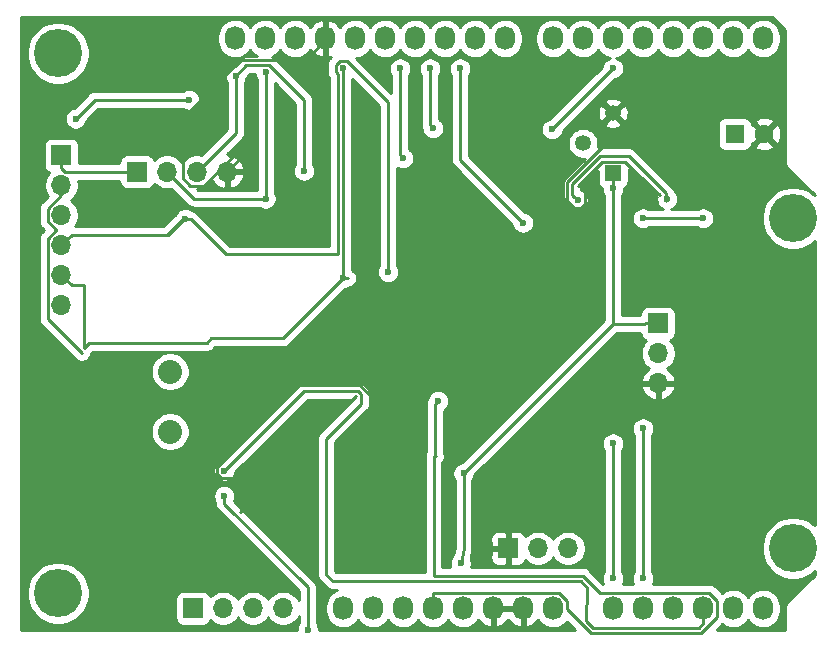
<source format=gbl>
G04 #@! TF.GenerationSoftware,KiCad,Pcbnew,(5.1.5)-3*
G04 #@! TF.CreationDate,2020-04-27T21:11:52-07:00*
G04 #@! TF.ProjectId,My_PCB,4d795f50-4342-42e6-9b69-6361645f7063,1*
G04 #@! TF.SameCoordinates,Original*
G04 #@! TF.FileFunction,Copper,L2,Bot*
G04 #@! TF.FilePolarity,Positive*
%FSLAX46Y46*%
G04 Gerber Fmt 4.6, Leading zero omitted, Abs format (unit mm)*
G04 Created by KiCad (PCBNEW (5.1.5)-3) date 2020-04-27 21:11:52*
%MOMM*%
%LPD*%
G04 APERTURE LIST*
%ADD10C,4.064000*%
%ADD11O,1.727200X2.032000*%
%ADD12C,1.346200*%
%ADD13R,1.346200X1.346200*%
%ADD14R,1.700000X1.700000*%
%ADD15O,1.700000X1.700000*%
%ADD16C,2.032000*%
%ADD17R,1.600000X1.600000*%
%ADD18C,1.600000*%
%ADD19C,0.600000*%
%ADD20C,0.250000*%
%ADD21C,0.254000*%
G04 APERTURE END LIST*
D10*
X177038000Y-90805000D03*
D11*
X138938000Y-123825000D03*
X141478000Y-123825000D03*
X144018000Y-123825000D03*
X146558000Y-123825000D03*
X149098000Y-123825000D03*
X151638000Y-123825000D03*
X154178000Y-123825000D03*
X156718000Y-123825000D03*
X161798000Y-123825000D03*
X164338000Y-123825000D03*
X166878000Y-123825000D03*
X169418000Y-123825000D03*
X171958000Y-123825000D03*
X174498000Y-123825000D03*
X129794000Y-75565000D03*
X132334000Y-75565000D03*
X134874000Y-75565000D03*
X137414000Y-75565000D03*
X139954000Y-75565000D03*
X142494000Y-75565000D03*
X145034000Y-75565000D03*
X147574000Y-75565000D03*
X150114000Y-75565000D03*
X152654000Y-75565000D03*
X156718000Y-75565000D03*
X159258000Y-75565000D03*
X161798000Y-75565000D03*
X164338000Y-75565000D03*
X166878000Y-75565000D03*
X169418000Y-75565000D03*
X171958000Y-75565000D03*
X174498000Y-75565000D03*
D10*
X114808000Y-122555000D03*
X177038000Y-118745000D03*
X114808000Y-76835000D03*
D12*
X161798000Y-81915000D03*
X159258000Y-84455000D03*
D13*
X161798000Y-86995000D03*
D14*
X165608000Y-99695000D03*
D15*
X165608000Y-102235000D03*
X165608000Y-104775000D03*
D14*
X126238000Y-123825000D03*
D15*
X128778000Y-123825000D03*
X131318000Y-123825000D03*
X133858000Y-123825000D03*
D14*
X152908000Y-118745000D03*
D15*
X155448000Y-118745000D03*
X157988000Y-118745000D03*
D16*
X124298000Y-108865000D03*
X124298000Y-103785000D03*
D14*
X121498000Y-86865000D03*
D15*
X124038000Y-86865000D03*
X126578000Y-86865000D03*
X129118000Y-86865000D03*
D14*
X115098000Y-85465000D03*
D15*
X115098000Y-88005000D03*
X115098000Y-90545000D03*
X115098000Y-93085000D03*
X115098000Y-95625000D03*
X115098000Y-98165000D03*
D17*
X172098000Y-83665000D03*
D18*
X174598000Y-83665000D03*
D19*
X149138000Y-112395000D03*
X148888000Y-120015000D03*
X161798000Y-88265000D03*
X177068000Y-101785000D03*
X177148000Y-114275000D03*
X131098000Y-79065000D03*
X135766400Y-77365000D03*
X161798000Y-109855000D03*
X161798000Y-121285000D03*
X164338000Y-121285000D03*
X164338000Y-108585000D03*
X128873000Y-114290000D03*
X135949020Y-125616020D03*
X128898000Y-112165000D03*
X132378000Y-78455000D03*
X132378000Y-89135000D03*
X135638000Y-86785000D03*
X129858000Y-78715000D03*
X161798000Y-78105000D03*
X161798000Y-78105000D03*
X156633001Y-83269999D03*
X158798000Y-89265000D03*
X166398000Y-89165000D03*
X164338000Y-90805000D03*
X169418000Y-90805000D03*
X138938000Y-78105000D03*
X138938000Y-95885000D03*
X148848000Y-78105000D03*
X154178000Y-91175002D03*
X116298000Y-82365000D03*
X125898000Y-80765000D03*
X146998000Y-106265000D03*
X143768000Y-78105000D03*
X144018000Y-85725000D03*
X125598000Y-90865000D03*
X142753001Y-95350001D03*
X146558000Y-83185000D03*
X146308000Y-78105000D03*
D20*
X148888000Y-120015000D02*
X149138000Y-118705000D01*
X149138000Y-118705000D02*
X149138000Y-112395000D01*
X161798000Y-86995000D02*
X161798000Y-88265000D01*
X161798000Y-99735000D02*
X149138000Y-112395000D01*
X161798000Y-88265000D02*
X161798000Y-99735000D01*
X164508000Y-99695000D02*
X164468000Y-99735000D01*
X164468000Y-99735000D02*
X161798000Y-99735000D01*
X165608000Y-99695000D02*
X164508000Y-99695000D01*
X115098000Y-86565000D02*
X115098000Y-85465000D01*
X115398000Y-86865000D02*
X115098000Y-86565000D01*
X121498000Y-86865000D02*
X115398000Y-86865000D01*
X140008000Y-105855000D02*
X133072999Y-112790001D01*
X160864899Y-85996899D02*
X158798000Y-88063798D01*
X165798000Y-88865000D02*
X162998000Y-86165000D01*
X133072999Y-112790001D02*
X130198000Y-115665000D01*
X177089600Y-106846600D02*
X177518000Y-107275000D01*
X162929899Y-85996899D02*
X160864899Y-85996899D01*
X162829898Y-85996898D02*
X162998000Y-86165000D01*
X160864900Y-85996898D02*
X162829898Y-85996898D01*
X159423001Y-87438797D02*
X160864900Y-85996898D01*
X159423001Y-89565001D02*
X159423001Y-87438797D01*
X157897981Y-89289983D02*
X158497999Y-89890001D01*
X157897981Y-87690997D02*
X157897981Y-89289983D01*
X162471099Y-83117879D02*
X157897981Y-87690997D01*
X162471099Y-82588099D02*
X162471099Y-83117879D01*
X159098001Y-89890001D02*
X159423001Y-89565001D01*
X158497999Y-89890001D02*
X159098001Y-89890001D01*
X161798000Y-81915000D02*
X162471099Y-82588099D01*
X162998000Y-86165000D02*
X162929899Y-85996899D01*
X136498000Y-107435002D02*
X136498000Y-109765000D01*
X135183017Y-104954981D02*
X140380802Y-104954982D01*
X133072999Y-112790001D02*
X128597999Y-112790001D01*
X128272999Y-112465001D02*
X128272999Y-111864999D01*
X140380802Y-104954982D02*
X141498000Y-106072180D01*
X128597999Y-112790001D02*
X128272999Y-112465001D01*
X128272999Y-111864999D02*
X135183017Y-104954981D01*
X141498000Y-106072180D02*
X141498000Y-107365000D01*
X129118000Y-86865000D02*
X131098000Y-84885000D01*
X131098000Y-84885000D02*
X131098000Y-79065000D01*
X131098000Y-79065000D02*
X131098000Y-79065000D01*
X137414000Y-75717400D02*
X135766400Y-77365000D01*
X137414000Y-75565000D02*
X137414000Y-75717400D01*
X135766400Y-77365000D02*
X135766400Y-77365000D01*
X131098000Y-79489264D02*
X131098000Y-79065000D01*
X131098000Y-84084002D02*
X131098000Y-79489264D01*
X127142001Y-88040001D02*
X131098000Y-84084002D01*
X125402999Y-87429001D02*
X126013999Y-88040001D01*
X125402999Y-82244999D02*
X125402999Y-87429001D01*
X130282998Y-77365000D02*
X125402999Y-82244999D01*
X126013999Y-88040001D02*
X127142001Y-88040001D01*
X135766400Y-77365000D02*
X130282998Y-77365000D01*
X161798000Y-109855000D02*
X161798000Y-121285000D01*
X164338000Y-108585000D02*
X164338000Y-121285000D01*
X128873000Y-114976410D02*
X128873000Y-114714264D01*
X128873000Y-114714264D02*
X128873000Y-114290000D01*
X135949020Y-122052430D02*
X128873000Y-114976410D01*
X135949020Y-125616020D02*
X135949020Y-122052430D01*
X169418000Y-125091000D02*
X169418000Y-123825000D01*
X169044000Y-125465000D02*
X169418000Y-125091000D01*
X160098000Y-125465000D02*
X169044000Y-125465000D01*
X159498000Y-123558348D02*
X159498000Y-124865000D01*
X159598000Y-123458348D02*
X159498000Y-123558348D01*
X140458009Y-105668599D02*
X140458009Y-106504991D01*
X140458009Y-106504991D02*
X137498000Y-109465000D01*
X137498000Y-120965000D02*
X138047524Y-121514524D01*
X135658009Y-105404991D02*
X140194401Y-105404991D01*
X138047524Y-121514524D02*
X159048476Y-121514524D01*
X159048476Y-121514524D02*
X159598000Y-122064048D01*
X159498000Y-124865000D02*
X160098000Y-125465000D01*
X128898000Y-112165000D02*
X135658009Y-105404991D01*
X137498000Y-109465000D02*
X137498000Y-120965000D01*
X140194401Y-105404991D02*
X140458009Y-105668599D01*
X159598000Y-122064048D02*
X159598000Y-123458348D01*
X132378000Y-89135000D02*
X132378000Y-88710736D01*
X171958000Y-123825000D02*
X171938000Y-123825000D01*
X132378000Y-88710736D02*
X132378000Y-78455000D01*
X126308000Y-89135000D02*
X132378000Y-89135000D01*
X124038000Y-86865000D02*
X126308000Y-89135000D01*
X135638000Y-80789998D02*
X135638000Y-86360736D01*
X135638000Y-86360736D02*
X135638000Y-86785000D01*
X132678001Y-77829999D02*
X135638000Y-80789998D01*
X130743001Y-77829999D02*
X132678001Y-77829999D01*
X129858000Y-78715000D02*
X130743001Y-77829999D01*
X129858000Y-83585000D02*
X129858000Y-78715000D01*
X126578000Y-86865000D02*
X129858000Y-83585000D01*
X161798000Y-78105000D02*
X156718000Y-83185000D01*
X158498001Y-88965001D02*
X158798000Y-89265000D01*
X158347991Y-87877397D02*
X158347991Y-88814991D01*
X158347991Y-88814991D02*
X158498001Y-88965001D01*
X160678498Y-85546890D02*
X158347991Y-87877397D01*
X163116299Y-85546889D02*
X160678498Y-85546890D01*
X166248009Y-88678599D02*
X163116299Y-85546889D01*
X166248009Y-89314989D02*
X166248009Y-88678599D01*
X166398000Y-89165000D02*
X166248009Y-89314989D01*
X164338000Y-90805000D02*
X169418000Y-90805000D01*
X139362264Y-95885000D02*
X139388010Y-95859254D01*
X138938000Y-95885000D02*
X139362264Y-95885000D01*
X138938000Y-78105000D02*
X138938000Y-95259999D01*
X138938000Y-78105000D02*
X138938000Y-95885000D01*
X115358000Y-95885000D02*
X115098000Y-95625000D01*
X115947999Y-96474999D02*
X117007999Y-96474999D01*
X115098000Y-95625000D02*
X115947999Y-96474999D01*
X117007999Y-96474999D02*
X116998000Y-96484998D01*
X116998000Y-96484998D02*
X116998000Y-101765000D01*
X116998000Y-101765000D02*
X117398000Y-101365000D01*
X117398000Y-101365000D02*
X127398000Y-101365000D01*
X127398000Y-101365000D02*
X127798000Y-100965000D01*
X133858000Y-100965000D02*
X138938000Y-95885000D01*
X127798000Y-100965000D02*
X133858000Y-100965000D01*
X148848000Y-85845002D02*
X154178000Y-91175002D01*
X148848000Y-78105000D02*
X148848000Y-85845002D01*
X113922999Y-99326409D02*
X116811599Y-102215009D01*
X114659007Y-91784991D02*
X113922999Y-92520999D01*
X113922999Y-92520999D02*
X113922999Y-99326409D01*
X117898000Y-80765000D02*
X116298000Y-82365000D01*
X125898000Y-80765000D02*
X117898000Y-80765000D01*
X113922999Y-91048983D02*
X114659007Y-91784991D01*
X113922999Y-89980999D02*
X113922999Y-91048983D01*
X115098000Y-88805998D02*
X113922999Y-89980999D01*
X115098000Y-88005000D02*
X115098000Y-88805998D01*
X146698001Y-106564999D02*
X146698001Y-110865001D01*
X146998000Y-106265000D02*
X146698001Y-106564999D01*
X146698001Y-110865001D02*
X146798000Y-110965000D01*
X146798000Y-110965000D02*
X146598000Y-110965000D01*
X146558000Y-122559000D02*
X146558000Y-123825000D01*
X146633010Y-122483990D02*
X146558000Y-122559000D01*
X157210338Y-122483990D02*
X146633010Y-122483990D01*
X157906610Y-123180262D02*
X157210338Y-122483990D01*
X159911600Y-125915010D02*
X157906610Y-123910020D01*
X169230400Y-125915010D02*
X159911600Y-125915010D01*
X170606610Y-123180262D02*
X170606610Y-124538800D01*
X169910338Y-122483990D02*
X170606610Y-123180262D01*
X170606610Y-124538800D02*
X169230400Y-125915010D01*
X160654352Y-122483990D02*
X169910338Y-122483990D01*
X159234877Y-121064515D02*
X160654352Y-122483990D01*
X146598000Y-121064514D02*
X159234877Y-121064515D01*
X157906610Y-123910020D02*
X157906610Y-123180262D01*
X146598000Y-110965000D02*
X146598000Y-121064514D01*
X143768000Y-85475000D02*
X144018000Y-85725000D01*
X143768000Y-78105000D02*
X143768000Y-85475000D01*
X115947999Y-92235001D02*
X124027999Y-92235001D01*
X115098000Y-93085000D02*
X115947999Y-92235001D01*
X124027999Y-92235001D02*
X125598000Y-90665000D01*
X115947999Y-92235001D02*
X124127999Y-92235001D01*
X124127999Y-92235001D02*
X125598000Y-90765000D01*
X125598000Y-90765000D02*
X125598000Y-90865000D01*
X125598000Y-90865000D02*
X125598000Y-90965000D01*
X142753001Y-94600001D02*
X142753001Y-95350001D01*
X142753001Y-80994999D02*
X142753001Y-94600001D01*
X139238001Y-77479999D02*
X142753001Y-80994999D01*
X138312999Y-77804999D02*
X138637999Y-77479999D01*
X138312999Y-78405001D02*
X138312999Y-77804999D01*
X138487990Y-93865000D02*
X138487990Y-78579992D01*
X129022264Y-93865000D02*
X138487990Y-93865000D01*
X138487990Y-78579992D02*
X138312999Y-78405001D01*
X126022264Y-90865000D02*
X129022264Y-93865000D01*
X138637999Y-77479999D02*
X139238001Y-77479999D01*
X125598000Y-90865000D02*
X126022264Y-90865000D01*
X146258001Y-82824999D02*
X146258001Y-82885001D01*
X146308000Y-82775000D02*
X146258001Y-82824999D01*
X146308000Y-82775000D02*
X146308000Y-82935000D01*
X146258001Y-82885001D02*
X146558000Y-83185000D01*
X146308000Y-78105000D02*
X146308000Y-82775000D01*
D21*
G36*
X176328001Y-74843093D02*
G01*
X176328000Y-85944125D01*
X176324565Y-85979000D01*
X176328000Y-86013875D01*
X176328000Y-86013876D01*
X176338273Y-86118183D01*
X176378872Y-86252019D01*
X176444800Y-86375362D01*
X176533525Y-86483474D01*
X176560617Y-86505708D01*
X178868001Y-88813093D01*
X178868001Y-88863294D01*
X178738113Y-88733406D01*
X178301298Y-88441536D01*
X177815935Y-88240492D01*
X177300677Y-88138000D01*
X176775323Y-88138000D01*
X176260065Y-88240492D01*
X175774702Y-88441536D01*
X175337887Y-88733406D01*
X174966406Y-89104887D01*
X174674536Y-89541702D01*
X174473492Y-90027065D01*
X174371000Y-90542323D01*
X174371000Y-91067677D01*
X174473492Y-91582935D01*
X174674536Y-92068298D01*
X174966406Y-92505113D01*
X175337887Y-92876594D01*
X175774702Y-93168464D01*
X176260065Y-93369508D01*
X176775323Y-93472000D01*
X177300677Y-93472000D01*
X177815935Y-93369508D01*
X178301298Y-93168464D01*
X178738113Y-92876594D01*
X178868001Y-92746706D01*
X178868000Y-116803293D01*
X178738113Y-116673406D01*
X178301298Y-116381536D01*
X177815935Y-116180492D01*
X177300677Y-116078000D01*
X176775323Y-116078000D01*
X176260065Y-116180492D01*
X175774702Y-116381536D01*
X175337887Y-116673406D01*
X174966406Y-117044887D01*
X174674536Y-117481702D01*
X174473492Y-117967065D01*
X174371000Y-118482323D01*
X174371000Y-119007677D01*
X174473492Y-119522935D01*
X174674536Y-120008298D01*
X174966406Y-120445113D01*
X175337887Y-120816594D01*
X175774702Y-121108464D01*
X176260065Y-121309508D01*
X176775323Y-121412000D01*
X177300677Y-121412000D01*
X177815935Y-121309508D01*
X178301298Y-121108464D01*
X178738113Y-120816594D01*
X178868000Y-120686707D01*
X178868000Y-120990908D01*
X176560617Y-123298292D01*
X176533526Y-123320525D01*
X176511293Y-123347616D01*
X176444801Y-123428637D01*
X176378872Y-123551981D01*
X176338274Y-123685816D01*
X176324565Y-123825000D01*
X176328001Y-123859885D01*
X176328000Y-125655000D01*
X170565212Y-125655000D01*
X171049635Y-125170577D01*
X171121395Y-125229469D01*
X171381737Y-125368625D01*
X171664224Y-125454316D01*
X171958000Y-125483251D01*
X172251777Y-125454316D01*
X172534264Y-125368625D01*
X172794606Y-125229469D01*
X173022797Y-125042197D01*
X173210069Y-124814006D01*
X173228000Y-124780459D01*
X173245931Y-124814006D01*
X173433203Y-125042197D01*
X173661395Y-125229469D01*
X173921737Y-125368625D01*
X174204224Y-125454316D01*
X174498000Y-125483251D01*
X174791777Y-125454316D01*
X175074264Y-125368625D01*
X175334606Y-125229469D01*
X175562797Y-125042197D01*
X175750069Y-124814006D01*
X175889225Y-124553663D01*
X175974916Y-124271176D01*
X175996600Y-124051018D01*
X175996600Y-123598981D01*
X175974916Y-123378823D01*
X175889225Y-123096336D01*
X175750069Y-122835994D01*
X175562797Y-122607803D01*
X175334605Y-122420531D01*
X175074263Y-122281375D01*
X174791776Y-122195684D01*
X174498000Y-122166749D01*
X174204223Y-122195684D01*
X173921736Y-122281375D01*
X173661394Y-122420531D01*
X173433203Y-122607803D01*
X173245931Y-122835995D01*
X173228000Y-122869541D01*
X173210069Y-122835994D01*
X173022797Y-122607803D01*
X172794605Y-122420531D01*
X172534263Y-122281375D01*
X172251776Y-122195684D01*
X171958000Y-122166749D01*
X171664223Y-122195684D01*
X171381736Y-122281375D01*
X171121394Y-122420531D01*
X171011703Y-122510553D01*
X170474141Y-121972992D01*
X170450339Y-121943989D01*
X170334614Y-121849016D01*
X170202585Y-121778444D01*
X170059324Y-121734987D01*
X169947671Y-121723990D01*
X169947660Y-121723990D01*
X169910338Y-121720314D01*
X169873016Y-121723990D01*
X165168201Y-121723990D01*
X165237068Y-121557729D01*
X165273000Y-121377089D01*
X165273000Y-121192911D01*
X165237068Y-121012271D01*
X165166586Y-120842111D01*
X165098000Y-120739465D01*
X165098000Y-109130535D01*
X165166586Y-109027889D01*
X165237068Y-108857729D01*
X165273000Y-108677089D01*
X165273000Y-108492911D01*
X165237068Y-108312271D01*
X165166586Y-108142111D01*
X165064262Y-107988972D01*
X164934028Y-107858738D01*
X164780889Y-107756414D01*
X164610729Y-107685932D01*
X164430089Y-107650000D01*
X164245911Y-107650000D01*
X164065271Y-107685932D01*
X163895111Y-107756414D01*
X163741972Y-107858738D01*
X163611738Y-107988972D01*
X163509414Y-108142111D01*
X163438932Y-108312271D01*
X163403000Y-108492911D01*
X163403000Y-108677089D01*
X163438932Y-108857729D01*
X163509414Y-109027889D01*
X163578000Y-109130535D01*
X163578001Y-120739463D01*
X163509414Y-120842111D01*
X163438932Y-121012271D01*
X163403000Y-121192911D01*
X163403000Y-121377089D01*
X163438932Y-121557729D01*
X163507799Y-121723990D01*
X162628201Y-121723990D01*
X162697068Y-121557729D01*
X162733000Y-121377089D01*
X162733000Y-121192911D01*
X162697068Y-121012271D01*
X162626586Y-120842111D01*
X162558000Y-120739465D01*
X162558000Y-110400535D01*
X162626586Y-110297889D01*
X162697068Y-110127729D01*
X162733000Y-109947089D01*
X162733000Y-109762911D01*
X162697068Y-109582271D01*
X162626586Y-109412111D01*
X162524262Y-109258972D01*
X162394028Y-109128738D01*
X162240889Y-109026414D01*
X162070729Y-108955932D01*
X161890089Y-108920000D01*
X161705911Y-108920000D01*
X161525271Y-108955932D01*
X161355111Y-109026414D01*
X161201972Y-109128738D01*
X161071738Y-109258972D01*
X160969414Y-109412111D01*
X160898932Y-109582271D01*
X160863000Y-109762911D01*
X160863000Y-109947089D01*
X160898932Y-110127729D01*
X160969414Y-110297889D01*
X161038000Y-110400535D01*
X161038001Y-120739463D01*
X160969414Y-120842111D01*
X160898932Y-121012271D01*
X160863000Y-121192911D01*
X160863000Y-121377089D01*
X160898932Y-121557729D01*
X160966841Y-121721677D01*
X159798676Y-120553513D01*
X159774878Y-120524515D01*
X159724787Y-120483406D01*
X159659153Y-120429541D01*
X159527123Y-120358969D01*
X159427319Y-120328695D01*
X159383863Y-120315513D01*
X159272210Y-120304516D01*
X159234877Y-120300839D01*
X159197545Y-120304516D01*
X149780115Y-120304515D01*
X149787068Y-120287729D01*
X149823000Y-120107089D01*
X149823000Y-119922911D01*
X149787068Y-119742271D01*
X149736884Y-119621116D01*
X149741867Y-119595000D01*
X151419928Y-119595000D01*
X151432188Y-119719482D01*
X151468498Y-119839180D01*
X151527463Y-119949494D01*
X151606815Y-120046185D01*
X151703506Y-120125537D01*
X151813820Y-120184502D01*
X151933518Y-120220812D01*
X152058000Y-120233072D01*
X152622250Y-120230000D01*
X152781000Y-120071250D01*
X152781000Y-118872000D01*
X151581750Y-118872000D01*
X151423000Y-119030750D01*
X151419928Y-119595000D01*
X149741867Y-119595000D01*
X149876972Y-118887055D01*
X149887003Y-118853986D01*
X149890971Y-118813699D01*
X149891525Y-118810796D01*
X149894621Y-118776641D01*
X149898000Y-118742333D01*
X149898000Y-118739362D01*
X149901653Y-118699061D01*
X149898000Y-118664710D01*
X149898000Y-117895000D01*
X151419928Y-117895000D01*
X151423000Y-118459250D01*
X151581750Y-118618000D01*
X152781000Y-118618000D01*
X152781000Y-117418750D01*
X153035000Y-117418750D01*
X153035000Y-118618000D01*
X153055000Y-118618000D01*
X153055000Y-118872000D01*
X153035000Y-118872000D01*
X153035000Y-120071250D01*
X153193750Y-120230000D01*
X153758000Y-120233072D01*
X153882482Y-120220812D01*
X154002180Y-120184502D01*
X154112494Y-120125537D01*
X154209185Y-120046185D01*
X154288537Y-119949494D01*
X154347502Y-119839180D01*
X154369513Y-119766620D01*
X154501368Y-119898475D01*
X154744589Y-120060990D01*
X155014842Y-120172932D01*
X155301740Y-120230000D01*
X155594260Y-120230000D01*
X155881158Y-120172932D01*
X156151411Y-120060990D01*
X156394632Y-119898475D01*
X156601475Y-119691632D01*
X156718000Y-119517240D01*
X156834525Y-119691632D01*
X157041368Y-119898475D01*
X157284589Y-120060990D01*
X157554842Y-120172932D01*
X157841740Y-120230000D01*
X158134260Y-120230000D01*
X158421158Y-120172932D01*
X158691411Y-120060990D01*
X158934632Y-119898475D01*
X159141475Y-119691632D01*
X159303990Y-119448411D01*
X159415932Y-119178158D01*
X159473000Y-118891260D01*
X159473000Y-118598740D01*
X159415932Y-118311842D01*
X159303990Y-118041589D01*
X159141475Y-117798368D01*
X158934632Y-117591525D01*
X158691411Y-117429010D01*
X158421158Y-117317068D01*
X158134260Y-117260000D01*
X157841740Y-117260000D01*
X157554842Y-117317068D01*
X157284589Y-117429010D01*
X157041368Y-117591525D01*
X156834525Y-117798368D01*
X156718000Y-117972760D01*
X156601475Y-117798368D01*
X156394632Y-117591525D01*
X156151411Y-117429010D01*
X155881158Y-117317068D01*
X155594260Y-117260000D01*
X155301740Y-117260000D01*
X155014842Y-117317068D01*
X154744589Y-117429010D01*
X154501368Y-117591525D01*
X154369513Y-117723380D01*
X154347502Y-117650820D01*
X154288537Y-117540506D01*
X154209185Y-117443815D01*
X154112494Y-117364463D01*
X154002180Y-117305498D01*
X153882482Y-117269188D01*
X153758000Y-117256928D01*
X153193750Y-117260000D01*
X153035000Y-117418750D01*
X152781000Y-117418750D01*
X152622250Y-117260000D01*
X152058000Y-117256928D01*
X151933518Y-117269188D01*
X151813820Y-117305498D01*
X151703506Y-117364463D01*
X151606815Y-117443815D01*
X151527463Y-117540506D01*
X151468498Y-117650820D01*
X151432188Y-117770518D01*
X151419928Y-117895000D01*
X149898000Y-117895000D01*
X149898000Y-112940535D01*
X149966586Y-112837889D01*
X150037068Y-112667729D01*
X150061153Y-112546648D01*
X157475911Y-105131890D01*
X164166524Y-105131890D01*
X164211175Y-105279099D01*
X164336359Y-105541920D01*
X164510412Y-105775269D01*
X164726645Y-105970178D01*
X164976748Y-106119157D01*
X165251109Y-106216481D01*
X165481000Y-106095814D01*
X165481000Y-104902000D01*
X165735000Y-104902000D01*
X165735000Y-106095814D01*
X165964891Y-106216481D01*
X166239252Y-106119157D01*
X166489355Y-105970178D01*
X166705588Y-105775269D01*
X166879641Y-105541920D01*
X167004825Y-105279099D01*
X167049476Y-105131890D01*
X166928155Y-104902000D01*
X165735000Y-104902000D01*
X165481000Y-104902000D01*
X164287845Y-104902000D01*
X164166524Y-105131890D01*
X157475911Y-105131890D01*
X162112802Y-100495000D01*
X164119928Y-100495000D01*
X164119928Y-100545000D01*
X164132188Y-100669482D01*
X164168498Y-100789180D01*
X164227463Y-100899494D01*
X164306815Y-100996185D01*
X164403506Y-101075537D01*
X164513820Y-101134502D01*
X164586380Y-101156513D01*
X164454525Y-101288368D01*
X164292010Y-101531589D01*
X164180068Y-101801842D01*
X164123000Y-102088740D01*
X164123000Y-102381260D01*
X164180068Y-102668158D01*
X164292010Y-102938411D01*
X164454525Y-103181632D01*
X164661368Y-103388475D01*
X164843534Y-103510195D01*
X164726645Y-103579822D01*
X164510412Y-103774731D01*
X164336359Y-104008080D01*
X164211175Y-104270901D01*
X164166524Y-104418110D01*
X164287845Y-104648000D01*
X165481000Y-104648000D01*
X165481000Y-104628000D01*
X165735000Y-104628000D01*
X165735000Y-104648000D01*
X166928155Y-104648000D01*
X167049476Y-104418110D01*
X167004825Y-104270901D01*
X166879641Y-104008080D01*
X166705588Y-103774731D01*
X166489355Y-103579822D01*
X166372466Y-103510195D01*
X166554632Y-103388475D01*
X166761475Y-103181632D01*
X166923990Y-102938411D01*
X167035932Y-102668158D01*
X167093000Y-102381260D01*
X167093000Y-102088740D01*
X167035932Y-101801842D01*
X166923990Y-101531589D01*
X166761475Y-101288368D01*
X166629620Y-101156513D01*
X166702180Y-101134502D01*
X166812494Y-101075537D01*
X166909185Y-100996185D01*
X166988537Y-100899494D01*
X167047502Y-100789180D01*
X167083812Y-100669482D01*
X167096072Y-100545000D01*
X167096072Y-98845000D01*
X167083812Y-98720518D01*
X167047502Y-98600820D01*
X166988537Y-98490506D01*
X166909185Y-98393815D01*
X166812494Y-98314463D01*
X166702180Y-98255498D01*
X166582482Y-98219188D01*
X166458000Y-98206928D01*
X164758000Y-98206928D01*
X164633518Y-98219188D01*
X164513820Y-98255498D01*
X164403506Y-98314463D01*
X164306815Y-98393815D01*
X164227463Y-98490506D01*
X164168498Y-98600820D01*
X164132188Y-98720518D01*
X164119928Y-98845000D01*
X164119928Y-98975000D01*
X162558000Y-98975000D01*
X162558000Y-88810535D01*
X162626586Y-88707889D01*
X162697068Y-88537729D01*
X162733000Y-88357089D01*
X162733000Y-88248130D01*
X162825594Y-88198637D01*
X162922285Y-88119285D01*
X163001637Y-88022594D01*
X163060602Y-87912280D01*
X163096912Y-87792582D01*
X163109172Y-87668100D01*
X163109172Y-86614563D01*
X165480341Y-88985733D01*
X165463000Y-89072911D01*
X165463000Y-89257089D01*
X165493958Y-89412725D01*
X165499006Y-89463974D01*
X165531960Y-89572611D01*
X165537017Y-89589280D01*
X165542463Y-89607235D01*
X165613035Y-89739264D01*
X165708008Y-89854990D01*
X165823733Y-89949963D01*
X165955762Y-90020535D01*
X166036414Y-90045000D01*
X164883535Y-90045000D01*
X164780889Y-89976414D01*
X164610729Y-89905932D01*
X164430089Y-89870000D01*
X164245911Y-89870000D01*
X164065271Y-89905932D01*
X163895111Y-89976414D01*
X163741972Y-90078738D01*
X163611738Y-90208972D01*
X163509414Y-90362111D01*
X163438932Y-90532271D01*
X163403000Y-90712911D01*
X163403000Y-90897089D01*
X163438932Y-91077729D01*
X163509414Y-91247889D01*
X163611738Y-91401028D01*
X163741972Y-91531262D01*
X163895111Y-91633586D01*
X164065271Y-91704068D01*
X164245911Y-91740000D01*
X164430089Y-91740000D01*
X164610729Y-91704068D01*
X164780889Y-91633586D01*
X164883535Y-91565000D01*
X168872465Y-91565000D01*
X168975111Y-91633586D01*
X169145271Y-91704068D01*
X169325911Y-91740000D01*
X169510089Y-91740000D01*
X169690729Y-91704068D01*
X169860889Y-91633586D01*
X170014028Y-91531262D01*
X170144262Y-91401028D01*
X170246586Y-91247889D01*
X170317068Y-91077729D01*
X170353000Y-90897089D01*
X170353000Y-90712911D01*
X170317068Y-90532271D01*
X170246586Y-90362111D01*
X170144262Y-90208972D01*
X170014028Y-90078738D01*
X169860889Y-89976414D01*
X169690729Y-89905932D01*
X169510089Y-89870000D01*
X169325911Y-89870000D01*
X169145271Y-89905932D01*
X168975111Y-89976414D01*
X168872465Y-90045000D01*
X166716764Y-90045000D01*
X166840889Y-89993586D01*
X166994028Y-89891262D01*
X167124262Y-89761028D01*
X167226586Y-89607889D01*
X167297068Y-89437729D01*
X167333000Y-89257089D01*
X167333000Y-89072911D01*
X167297068Y-88892271D01*
X167226586Y-88722111D01*
X167124262Y-88568972D01*
X166994028Y-88438738D01*
X166963197Y-88418137D01*
X166953555Y-88386352D01*
X166882983Y-88254323D01*
X166788010Y-88138598D01*
X166759012Y-88114800D01*
X163680097Y-85035886D01*
X163656299Y-85006888D01*
X163609649Y-84968603D01*
X163540575Y-84911915D01*
X163408545Y-84841343D01*
X163392774Y-84836559D01*
X163265284Y-84797886D01*
X163153631Y-84786889D01*
X163153621Y-84786889D01*
X163116299Y-84783213D01*
X163078976Y-84786889D01*
X160715840Y-84786891D01*
X160678498Y-84783213D01*
X160529512Y-84797887D01*
X160523138Y-84799821D01*
X160566100Y-84583837D01*
X160566100Y-84326163D01*
X160515830Y-84073441D01*
X160417223Y-83835382D01*
X160274067Y-83621135D01*
X160091865Y-83438933D01*
X159877618Y-83295777D01*
X159639559Y-83197170D01*
X159386837Y-83146900D01*
X159129163Y-83146900D01*
X158876441Y-83197170D01*
X158638382Y-83295777D01*
X158424135Y-83438933D01*
X158241933Y-83621135D01*
X158098777Y-83835382D01*
X158000170Y-84073441D01*
X157949900Y-84326163D01*
X157949900Y-84583837D01*
X158000170Y-84836559D01*
X158098777Y-85074618D01*
X158241933Y-85288865D01*
X158424135Y-85471067D01*
X158638382Y-85614223D01*
X158876441Y-85712830D01*
X159129163Y-85763100D01*
X159386837Y-85763100D01*
X159387648Y-85762939D01*
X157836994Y-87313593D01*
X157807990Y-87337396D01*
X157752862Y-87404571D01*
X157713017Y-87453121D01*
X157651393Y-87568411D01*
X157642445Y-87585151D01*
X157598988Y-87728412D01*
X157587991Y-87840065D01*
X157587991Y-87840075D01*
X157584315Y-87877397D01*
X157587991Y-87914720D01*
X157587992Y-88777659D01*
X157584315Y-88814991D01*
X157587992Y-88852324D01*
X157598989Y-88963977D01*
X157601651Y-88972753D01*
X157642445Y-89107237D01*
X157713017Y-89239267D01*
X157780086Y-89320990D01*
X157807991Y-89354992D01*
X157836989Y-89378790D01*
X157874847Y-89416648D01*
X157898932Y-89537729D01*
X157969414Y-89707889D01*
X158071738Y-89861028D01*
X158201972Y-89991262D01*
X158355111Y-90093586D01*
X158525271Y-90164068D01*
X158705911Y-90200000D01*
X158890089Y-90200000D01*
X159070729Y-90164068D01*
X159240889Y-90093586D01*
X159394028Y-89991262D01*
X159524262Y-89861028D01*
X159626586Y-89707889D01*
X159697068Y-89537729D01*
X159733000Y-89357089D01*
X159733000Y-89172911D01*
X159697068Y-88992271D01*
X159626586Y-88822111D01*
X159524262Y-88668972D01*
X159394028Y-88538738D01*
X159240889Y-88436414D01*
X159107991Y-88381366D01*
X159107991Y-88192198D01*
X160486828Y-86813362D01*
X160486828Y-87668100D01*
X160499088Y-87792582D01*
X160535398Y-87912280D01*
X160594363Y-88022594D01*
X160673715Y-88119285D01*
X160770406Y-88198637D01*
X160863000Y-88248130D01*
X160863000Y-88357089D01*
X160898932Y-88537729D01*
X160969414Y-88707889D01*
X161038000Y-88810535D01*
X161038001Y-99420197D01*
X148986352Y-111471847D01*
X148865271Y-111495932D01*
X148695111Y-111566414D01*
X148541972Y-111668738D01*
X148411738Y-111798972D01*
X148309414Y-111952111D01*
X148238932Y-112122271D01*
X148203000Y-112302911D01*
X148203000Y-112487089D01*
X148238932Y-112667729D01*
X148309414Y-112837889D01*
X148378001Y-112940537D01*
X148378000Y-118633135D01*
X148243666Y-119337044D01*
X148161738Y-119418972D01*
X148059414Y-119572111D01*
X147988932Y-119742271D01*
X147953000Y-119922911D01*
X147953000Y-120107089D01*
X147988932Y-120287729D01*
X147995885Y-120304514D01*
X147358000Y-120304514D01*
X147358000Y-111480632D01*
X147432974Y-111389276D01*
X147503546Y-111257247D01*
X147547003Y-111113986D01*
X147561677Y-110965000D01*
X147547003Y-110816014D01*
X147503546Y-110672753D01*
X147458001Y-110587546D01*
X147458001Y-107082152D01*
X147594028Y-106991262D01*
X147724262Y-106861028D01*
X147826586Y-106707889D01*
X147897068Y-106537729D01*
X147933000Y-106357089D01*
X147933000Y-106172911D01*
X147897068Y-105992271D01*
X147826586Y-105822111D01*
X147724262Y-105668972D01*
X147594028Y-105538738D01*
X147440889Y-105436414D01*
X147270729Y-105365932D01*
X147090089Y-105330000D01*
X146905911Y-105330000D01*
X146725271Y-105365932D01*
X146555111Y-105436414D01*
X146401972Y-105538738D01*
X146271738Y-105668972D01*
X146169414Y-105822111D01*
X146098932Y-105992271D01*
X146071442Y-106130469D01*
X146063027Y-106140723D01*
X145996599Y-106265000D01*
X145992455Y-106272753D01*
X145948998Y-106416014D01*
X145938001Y-106527667D01*
X145938001Y-106527677D01*
X145934325Y-106564999D01*
X145938001Y-106602322D01*
X145938002Y-110587540D01*
X145892454Y-110672753D01*
X145848997Y-110816014D01*
X145834323Y-110965000D01*
X145838000Y-111002333D01*
X145838001Y-120754524D01*
X138362326Y-120754524D01*
X138258000Y-120650199D01*
X138258000Y-109779801D01*
X140969012Y-107068790D01*
X140998010Y-107044992D01*
X141092983Y-106929267D01*
X141163555Y-106797238D01*
X141207012Y-106653977D01*
X141218009Y-106542324D01*
X141218009Y-106542314D01*
X141221685Y-106504991D01*
X141218009Y-106467668D01*
X141218009Y-105705921D01*
X141221685Y-105668598D01*
X141218009Y-105631276D01*
X141218009Y-105631266D01*
X141207012Y-105519613D01*
X141163555Y-105376352D01*
X141092983Y-105244323D01*
X140998010Y-105128598D01*
X140969007Y-105104796D01*
X140758205Y-104893994D01*
X140734402Y-104864990D01*
X140618677Y-104770017D01*
X140486648Y-104699445D01*
X140343387Y-104655988D01*
X140231734Y-104644991D01*
X140231723Y-104644991D01*
X140194401Y-104641315D01*
X140157079Y-104644991D01*
X135695331Y-104644991D01*
X135658008Y-104641315D01*
X135620685Y-104644991D01*
X135620676Y-104644991D01*
X135509023Y-104655988D01*
X135365762Y-104699445D01*
X135233733Y-104770017D01*
X135233731Y-104770018D01*
X135233732Y-104770018D01*
X135147005Y-104841192D01*
X135147001Y-104841196D01*
X135118008Y-104864990D01*
X135094214Y-104893983D01*
X128746352Y-111241847D01*
X128625271Y-111265932D01*
X128455111Y-111336414D01*
X128301972Y-111438738D01*
X128171738Y-111568972D01*
X128069414Y-111722111D01*
X127998932Y-111892271D01*
X127963000Y-112072911D01*
X127963000Y-112257089D01*
X127998932Y-112437729D01*
X128069414Y-112607889D01*
X128171738Y-112761028D01*
X128301972Y-112891262D01*
X128455111Y-112993586D01*
X128625271Y-113064068D01*
X128805911Y-113100000D01*
X128990089Y-113100000D01*
X129170729Y-113064068D01*
X129340889Y-112993586D01*
X129494028Y-112891262D01*
X129624262Y-112761028D01*
X129726586Y-112607889D01*
X129797068Y-112437729D01*
X129821153Y-112316648D01*
X135972812Y-106164991D01*
X139698009Y-106164991D01*
X139698009Y-106190189D01*
X136987003Y-108901196D01*
X136957999Y-108924999D01*
X136902871Y-108992174D01*
X136863026Y-109040724D01*
X136835980Y-109091323D01*
X136792454Y-109172754D01*
X136748997Y-109316015D01*
X136738000Y-109427668D01*
X136738000Y-109427678D01*
X136734324Y-109465000D01*
X136738000Y-109502322D01*
X136738001Y-120927668D01*
X136734324Y-120965000D01*
X136738001Y-121002333D01*
X136744126Y-121064515D01*
X136748998Y-121113985D01*
X136792454Y-121257246D01*
X136863026Y-121389276D01*
X136934201Y-121476002D01*
X136958000Y-121505001D01*
X136986998Y-121528799D01*
X137483724Y-122025526D01*
X137507523Y-122054525D01*
X137623248Y-122149498D01*
X137755277Y-122220070D01*
X137898538Y-122263527D01*
X138010191Y-122274524D01*
X138010200Y-122274524D01*
X138047523Y-122278200D01*
X138084846Y-122274524D01*
X138384321Y-122274524D01*
X138361736Y-122281375D01*
X138101394Y-122420531D01*
X137873203Y-122607803D01*
X137685931Y-122835995D01*
X137546775Y-123096337D01*
X137461084Y-123378824D01*
X137439400Y-123598982D01*
X137439400Y-124051019D01*
X137461084Y-124271177D01*
X137546775Y-124553664D01*
X137685931Y-124814006D01*
X137873203Y-125042197D01*
X138101395Y-125229469D01*
X138361737Y-125368625D01*
X138644224Y-125454316D01*
X138938000Y-125483251D01*
X139231777Y-125454316D01*
X139514264Y-125368625D01*
X139774606Y-125229469D01*
X140002797Y-125042197D01*
X140190069Y-124814006D01*
X140208000Y-124780459D01*
X140225931Y-124814006D01*
X140413203Y-125042197D01*
X140641395Y-125229469D01*
X140901737Y-125368625D01*
X141184224Y-125454316D01*
X141478000Y-125483251D01*
X141771777Y-125454316D01*
X142054264Y-125368625D01*
X142314606Y-125229469D01*
X142542797Y-125042197D01*
X142730069Y-124814006D01*
X142748000Y-124780459D01*
X142765931Y-124814006D01*
X142953203Y-125042197D01*
X143181395Y-125229469D01*
X143441737Y-125368625D01*
X143724224Y-125454316D01*
X144018000Y-125483251D01*
X144311777Y-125454316D01*
X144594264Y-125368625D01*
X144854606Y-125229469D01*
X145082797Y-125042197D01*
X145270069Y-124814006D01*
X145288000Y-124780459D01*
X145305931Y-124814006D01*
X145493203Y-125042197D01*
X145721395Y-125229469D01*
X145981737Y-125368625D01*
X146264224Y-125454316D01*
X146558000Y-125483251D01*
X146851777Y-125454316D01*
X147134264Y-125368625D01*
X147394606Y-125229469D01*
X147622797Y-125042197D01*
X147810069Y-124814006D01*
X147828000Y-124780459D01*
X147845931Y-124814006D01*
X148033203Y-125042197D01*
X148261395Y-125229469D01*
X148521737Y-125368625D01*
X148804224Y-125454316D01*
X149098000Y-125483251D01*
X149391777Y-125454316D01*
X149674264Y-125368625D01*
X149934606Y-125229469D01*
X150162797Y-125042197D01*
X150350069Y-124814006D01*
X150371424Y-124774053D01*
X150519514Y-124976729D01*
X150735965Y-125175733D01*
X150987081Y-125328686D01*
X151263211Y-125429709D01*
X151278974Y-125432358D01*
X151511000Y-125311217D01*
X151511000Y-123952000D01*
X151765000Y-123952000D01*
X151765000Y-125311217D01*
X151997026Y-125432358D01*
X152012789Y-125429709D01*
X152288919Y-125328686D01*
X152540035Y-125175733D01*
X152756486Y-124976729D01*
X152908000Y-124769367D01*
X153059514Y-124976729D01*
X153275965Y-125175733D01*
X153527081Y-125328686D01*
X153803211Y-125429709D01*
X153818974Y-125432358D01*
X154051000Y-125311217D01*
X154051000Y-123952000D01*
X151765000Y-123952000D01*
X151511000Y-123952000D01*
X151491000Y-123952000D01*
X151491000Y-123698000D01*
X151511000Y-123698000D01*
X151511000Y-123678000D01*
X151765000Y-123678000D01*
X151765000Y-123698000D01*
X154051000Y-123698000D01*
X154051000Y-123678000D01*
X154305000Y-123678000D01*
X154305000Y-123698000D01*
X154325000Y-123698000D01*
X154325000Y-123952000D01*
X154305000Y-123952000D01*
X154305000Y-125311217D01*
X154537026Y-125432358D01*
X154552789Y-125429709D01*
X154828919Y-125328686D01*
X155080035Y-125175733D01*
X155296486Y-124976729D01*
X155444576Y-124774053D01*
X155465931Y-124814006D01*
X155653203Y-125042197D01*
X155881395Y-125229469D01*
X156141737Y-125368625D01*
X156424224Y-125454316D01*
X156718000Y-125483251D01*
X157011777Y-125454316D01*
X157294264Y-125368625D01*
X157554606Y-125229469D01*
X157782797Y-125042197D01*
X157864469Y-124942680D01*
X158576788Y-125655000D01*
X136884020Y-125655000D01*
X136884020Y-125523931D01*
X136848088Y-125343291D01*
X136777606Y-125173131D01*
X136709020Y-125070485D01*
X136709020Y-122089752D01*
X136712696Y-122052429D01*
X136709020Y-122015106D01*
X136709020Y-122015097D01*
X136698023Y-121903444D01*
X136654566Y-121760183D01*
X136583994Y-121628154D01*
X136522354Y-121553045D01*
X136512819Y-121541426D01*
X136512815Y-121541422D01*
X136489021Y-121512429D01*
X136460028Y-121488635D01*
X129702375Y-114730984D01*
X129772068Y-114562729D01*
X129808000Y-114382089D01*
X129808000Y-114197911D01*
X129772068Y-114017271D01*
X129701586Y-113847111D01*
X129599262Y-113693972D01*
X129469028Y-113563738D01*
X129315889Y-113461414D01*
X129145729Y-113390932D01*
X128965089Y-113355000D01*
X128780911Y-113355000D01*
X128600271Y-113390932D01*
X128430111Y-113461414D01*
X128276972Y-113563738D01*
X128146738Y-113693972D01*
X128044414Y-113847111D01*
X127973932Y-114017271D01*
X127938000Y-114197911D01*
X127938000Y-114382089D01*
X127973932Y-114562729D01*
X128044414Y-114732889D01*
X128113000Y-114835535D01*
X128113000Y-114939088D01*
X128109324Y-114976410D01*
X128113000Y-115013732D01*
X128113000Y-115013742D01*
X128123997Y-115125395D01*
X128163089Y-115254265D01*
X128167454Y-115268656D01*
X128238026Y-115400686D01*
X128253721Y-115419810D01*
X128332999Y-115516411D01*
X128362003Y-115540214D01*
X135189021Y-122367234D01*
X135189021Y-123157876D01*
X135173990Y-123121589D01*
X135011475Y-122878368D01*
X134804632Y-122671525D01*
X134561411Y-122509010D01*
X134291158Y-122397068D01*
X134004260Y-122340000D01*
X133711740Y-122340000D01*
X133424842Y-122397068D01*
X133154589Y-122509010D01*
X132911368Y-122671525D01*
X132704525Y-122878368D01*
X132588000Y-123052760D01*
X132471475Y-122878368D01*
X132264632Y-122671525D01*
X132021411Y-122509010D01*
X131751158Y-122397068D01*
X131464260Y-122340000D01*
X131171740Y-122340000D01*
X130884842Y-122397068D01*
X130614589Y-122509010D01*
X130371368Y-122671525D01*
X130164525Y-122878368D01*
X130048000Y-123052760D01*
X129931475Y-122878368D01*
X129724632Y-122671525D01*
X129481411Y-122509010D01*
X129211158Y-122397068D01*
X128924260Y-122340000D01*
X128631740Y-122340000D01*
X128344842Y-122397068D01*
X128074589Y-122509010D01*
X127831368Y-122671525D01*
X127699513Y-122803380D01*
X127677502Y-122730820D01*
X127618537Y-122620506D01*
X127539185Y-122523815D01*
X127442494Y-122444463D01*
X127332180Y-122385498D01*
X127212482Y-122349188D01*
X127088000Y-122336928D01*
X125388000Y-122336928D01*
X125263518Y-122349188D01*
X125143820Y-122385498D01*
X125033506Y-122444463D01*
X124936815Y-122523815D01*
X124857463Y-122620506D01*
X124798498Y-122730820D01*
X124762188Y-122850518D01*
X124749928Y-122975000D01*
X124749928Y-124675000D01*
X124762188Y-124799482D01*
X124798498Y-124919180D01*
X124857463Y-125029494D01*
X124936815Y-125126185D01*
X125033506Y-125205537D01*
X125143820Y-125264502D01*
X125263518Y-125300812D01*
X125388000Y-125313072D01*
X127088000Y-125313072D01*
X127212482Y-125300812D01*
X127332180Y-125264502D01*
X127442494Y-125205537D01*
X127539185Y-125126185D01*
X127618537Y-125029494D01*
X127677502Y-124919180D01*
X127699513Y-124846620D01*
X127831368Y-124978475D01*
X128074589Y-125140990D01*
X128344842Y-125252932D01*
X128631740Y-125310000D01*
X128924260Y-125310000D01*
X129211158Y-125252932D01*
X129481411Y-125140990D01*
X129724632Y-124978475D01*
X129931475Y-124771632D01*
X130048000Y-124597240D01*
X130164525Y-124771632D01*
X130371368Y-124978475D01*
X130614589Y-125140990D01*
X130884842Y-125252932D01*
X131171740Y-125310000D01*
X131464260Y-125310000D01*
X131751158Y-125252932D01*
X132021411Y-125140990D01*
X132264632Y-124978475D01*
X132471475Y-124771632D01*
X132588000Y-124597240D01*
X132704525Y-124771632D01*
X132911368Y-124978475D01*
X133154589Y-125140990D01*
X133424842Y-125252932D01*
X133711740Y-125310000D01*
X134004260Y-125310000D01*
X134291158Y-125252932D01*
X134561411Y-125140990D01*
X134804632Y-124978475D01*
X135011475Y-124771632D01*
X135173990Y-124528411D01*
X135189020Y-124492124D01*
X135189020Y-125070484D01*
X135120434Y-125173131D01*
X135049952Y-125343291D01*
X135014020Y-125523931D01*
X135014020Y-125655000D01*
X111708000Y-125655000D01*
X111708000Y-122292323D01*
X112141000Y-122292323D01*
X112141000Y-122817677D01*
X112243492Y-123332935D01*
X112444536Y-123818298D01*
X112736406Y-124255113D01*
X113107887Y-124626594D01*
X113544702Y-124918464D01*
X114030065Y-125119508D01*
X114545323Y-125222000D01*
X115070677Y-125222000D01*
X115585935Y-125119508D01*
X116071298Y-124918464D01*
X116508113Y-124626594D01*
X116879594Y-124255113D01*
X117171464Y-123818298D01*
X117372508Y-123332935D01*
X117475000Y-122817677D01*
X117475000Y-122292323D01*
X117372508Y-121777065D01*
X117171464Y-121291702D01*
X116879594Y-120854887D01*
X116508113Y-120483406D01*
X116071298Y-120191536D01*
X115585935Y-119990492D01*
X115070677Y-119888000D01*
X114545323Y-119888000D01*
X114030065Y-119990492D01*
X113544702Y-120191536D01*
X113107887Y-120483406D01*
X112736406Y-120854887D01*
X112444536Y-121291702D01*
X112243492Y-121777065D01*
X112141000Y-122292323D01*
X111708000Y-122292323D01*
X111708000Y-108702391D01*
X122647000Y-108702391D01*
X122647000Y-109027609D01*
X122710447Y-109346579D01*
X122834903Y-109647042D01*
X123015585Y-109917451D01*
X123245549Y-110147415D01*
X123515958Y-110328097D01*
X123816421Y-110452553D01*
X124135391Y-110516000D01*
X124460609Y-110516000D01*
X124779579Y-110452553D01*
X125080042Y-110328097D01*
X125350451Y-110147415D01*
X125580415Y-109917451D01*
X125761097Y-109647042D01*
X125885553Y-109346579D01*
X125949000Y-109027609D01*
X125949000Y-108702391D01*
X125885553Y-108383421D01*
X125761097Y-108082958D01*
X125580415Y-107812549D01*
X125350451Y-107582585D01*
X125080042Y-107401903D01*
X124779579Y-107277447D01*
X124460609Y-107214000D01*
X124135391Y-107214000D01*
X123816421Y-107277447D01*
X123515958Y-107401903D01*
X123245549Y-107582585D01*
X123015585Y-107812549D01*
X122834903Y-108082958D01*
X122710447Y-108383421D01*
X122647000Y-108702391D01*
X111708000Y-108702391D01*
X111708000Y-103622391D01*
X122647000Y-103622391D01*
X122647000Y-103947609D01*
X122710447Y-104266579D01*
X122834903Y-104567042D01*
X123015585Y-104837451D01*
X123245549Y-105067415D01*
X123515958Y-105248097D01*
X123816421Y-105372553D01*
X124135391Y-105436000D01*
X124460609Y-105436000D01*
X124779579Y-105372553D01*
X125080042Y-105248097D01*
X125350451Y-105067415D01*
X125580415Y-104837451D01*
X125761097Y-104567042D01*
X125885553Y-104266579D01*
X125949000Y-103947609D01*
X125949000Y-103622391D01*
X125885553Y-103303421D01*
X125761097Y-103002958D01*
X125580415Y-102732549D01*
X125350451Y-102502585D01*
X125080042Y-102321903D01*
X124779579Y-102197447D01*
X124460609Y-102134000D01*
X124135391Y-102134000D01*
X123816421Y-102197447D01*
X123515958Y-102321903D01*
X123245549Y-102502585D01*
X123015585Y-102732549D01*
X122834903Y-103002958D01*
X122710447Y-103303421D01*
X122647000Y-103622391D01*
X111708000Y-103622391D01*
X111708000Y-89980999D01*
X113159323Y-89980999D01*
X113162999Y-90018322D01*
X113163000Y-91011651D01*
X113159323Y-91048983D01*
X113163000Y-91086316D01*
X113173997Y-91197969D01*
X113183494Y-91229276D01*
X113217453Y-91341229D01*
X113288025Y-91473259D01*
X113354291Y-91554003D01*
X113382999Y-91588984D01*
X113411996Y-91612782D01*
X113584205Y-91784991D01*
X113412001Y-91957196D01*
X113382998Y-91980998D01*
X113327870Y-92048173D01*
X113288025Y-92096723D01*
X113265765Y-92138368D01*
X113217453Y-92228753D01*
X113173996Y-92372014D01*
X113162999Y-92483667D01*
X113162999Y-92483677D01*
X113159323Y-92520999D01*
X113162999Y-92558322D01*
X113163000Y-99289077D01*
X113159323Y-99326409D01*
X113173997Y-99475394D01*
X113217453Y-99618655D01*
X113288025Y-99750685D01*
X113359200Y-99837411D01*
X113382999Y-99866410D01*
X113411997Y-99890208D01*
X116300596Y-102778808D01*
X116387322Y-102849982D01*
X116519352Y-102920554D01*
X116662612Y-102964011D01*
X116811598Y-102978685D01*
X116960584Y-102964011D01*
X117103845Y-102920554D01*
X117235874Y-102849982D01*
X117351599Y-102755009D01*
X117446572Y-102639284D01*
X117517144Y-102507255D01*
X117560601Y-102363994D01*
X117570083Y-102267718D01*
X117712801Y-102125000D01*
X127360678Y-102125000D01*
X127398000Y-102128676D01*
X127435322Y-102125000D01*
X127435333Y-102125000D01*
X127546986Y-102114003D01*
X127690247Y-102070546D01*
X127822276Y-101999974D01*
X127938001Y-101905001D01*
X127961803Y-101875998D01*
X128112801Y-101725000D01*
X133820678Y-101725000D01*
X133858000Y-101728676D01*
X133895322Y-101725000D01*
X133895333Y-101725000D01*
X134006986Y-101714003D01*
X134150247Y-101670546D01*
X134282276Y-101599974D01*
X134398001Y-101505001D01*
X134421804Y-101475997D01*
X139089649Y-96808153D01*
X139210729Y-96784068D01*
X139380889Y-96713586D01*
X139498048Y-96635303D01*
X139511250Y-96634003D01*
X139654511Y-96590546D01*
X139786540Y-96519974D01*
X139902265Y-96425001D01*
X139926068Y-96395997D01*
X139951809Y-96370256D01*
X140022983Y-96283530D01*
X140093555Y-96151500D01*
X140137012Y-96008240D01*
X140151686Y-95859255D01*
X140137012Y-95710269D01*
X140093555Y-95567008D01*
X140022983Y-95434979D01*
X139928010Y-95319254D01*
X139812285Y-95224281D01*
X139698000Y-95163194D01*
X139698000Y-79014799D01*
X141993001Y-81309801D01*
X141993002Y-94562659D01*
X141993001Y-94562669D01*
X141993001Y-94804466D01*
X141924415Y-94907112D01*
X141853933Y-95077272D01*
X141818001Y-95257912D01*
X141818001Y-95442090D01*
X141853933Y-95622730D01*
X141924415Y-95792890D01*
X142026739Y-95946029D01*
X142156973Y-96076263D01*
X142310112Y-96178587D01*
X142480272Y-96249069D01*
X142660912Y-96285001D01*
X142845090Y-96285001D01*
X143025730Y-96249069D01*
X143195890Y-96178587D01*
X143349029Y-96076263D01*
X143479263Y-95946029D01*
X143581587Y-95792890D01*
X143652069Y-95622730D01*
X143688001Y-95442090D01*
X143688001Y-95257912D01*
X143652069Y-95077272D01*
X143581587Y-94907112D01*
X143513001Y-94804466D01*
X143513001Y-86512086D01*
X143575111Y-86553586D01*
X143745271Y-86624068D01*
X143925911Y-86660000D01*
X144110089Y-86660000D01*
X144290729Y-86624068D01*
X144460889Y-86553586D01*
X144614028Y-86451262D01*
X144744262Y-86321028D01*
X144846586Y-86167889D01*
X144917068Y-85997729D01*
X144953000Y-85817089D01*
X144953000Y-85632911D01*
X144917068Y-85452271D01*
X144846586Y-85282111D01*
X144744262Y-85128972D01*
X144614028Y-84998738D01*
X144528000Y-84941256D01*
X144528000Y-78650535D01*
X144596586Y-78547889D01*
X144667068Y-78377729D01*
X144703000Y-78197089D01*
X144703000Y-78012911D01*
X145373000Y-78012911D01*
X145373000Y-78197089D01*
X145408932Y-78377729D01*
X145479414Y-78547889D01*
X145548000Y-78650536D01*
X145548001Y-82547436D01*
X145508998Y-82676014D01*
X145498001Y-82787667D01*
X145498001Y-82787677D01*
X145494325Y-82824999D01*
X145497280Y-82855000D01*
X145494325Y-82885001D01*
X145498001Y-82922323D01*
X145498001Y-82922334D01*
X145508998Y-83033987D01*
X145552455Y-83177248D01*
X145623027Y-83309277D01*
X145631442Y-83319531D01*
X145658932Y-83457729D01*
X145729414Y-83627889D01*
X145831738Y-83781028D01*
X145961972Y-83911262D01*
X146115111Y-84013586D01*
X146285271Y-84084068D01*
X146465911Y-84120000D01*
X146650089Y-84120000D01*
X146830729Y-84084068D01*
X147000889Y-84013586D01*
X147154028Y-83911262D01*
X147284262Y-83781028D01*
X147386586Y-83627889D01*
X147457068Y-83457729D01*
X147493000Y-83277089D01*
X147493000Y-83092911D01*
X147457068Y-82912271D01*
X147386586Y-82742111D01*
X147284262Y-82588972D01*
X147154028Y-82458738D01*
X147068000Y-82401256D01*
X147068000Y-78650535D01*
X147136586Y-78547889D01*
X147207068Y-78377729D01*
X147243000Y-78197089D01*
X147243000Y-78012911D01*
X147913000Y-78012911D01*
X147913000Y-78197089D01*
X147948932Y-78377729D01*
X148019414Y-78547889D01*
X148088000Y-78650536D01*
X148088001Y-85807670D01*
X148084324Y-85845002D01*
X148088001Y-85882335D01*
X148098212Y-85986002D01*
X148098998Y-85993987D01*
X148142454Y-86137248D01*
X148213026Y-86269278D01*
X148257446Y-86323403D01*
X148308000Y-86385003D01*
X148336998Y-86408801D01*
X153254847Y-91326651D01*
X153278932Y-91447731D01*
X153349414Y-91617891D01*
X153451738Y-91771030D01*
X153581972Y-91901264D01*
X153735111Y-92003588D01*
X153905271Y-92074070D01*
X154085911Y-92110002D01*
X154270089Y-92110002D01*
X154450729Y-92074070D01*
X154620889Y-92003588D01*
X154774028Y-91901264D01*
X154904262Y-91771030D01*
X155006586Y-91617891D01*
X155077068Y-91447731D01*
X155113000Y-91267091D01*
X155113000Y-91082913D01*
X155077068Y-90902273D01*
X155006586Y-90732113D01*
X154904262Y-90578974D01*
X154774028Y-90448740D01*
X154620889Y-90346416D01*
X154450729Y-90275934D01*
X154329649Y-90251849D01*
X149608000Y-85530201D01*
X149608000Y-78650535D01*
X149676586Y-78547889D01*
X149747068Y-78377729D01*
X149783000Y-78197089D01*
X149783000Y-78012911D01*
X149747068Y-77832271D01*
X149676586Y-77662111D01*
X149574262Y-77508972D01*
X149444028Y-77378738D01*
X149290889Y-77276414D01*
X149120729Y-77205932D01*
X148940089Y-77170000D01*
X148755911Y-77170000D01*
X148575271Y-77205932D01*
X148405111Y-77276414D01*
X148251972Y-77378738D01*
X148121738Y-77508972D01*
X148019414Y-77662111D01*
X147948932Y-77832271D01*
X147913000Y-78012911D01*
X147243000Y-78012911D01*
X147207068Y-77832271D01*
X147136586Y-77662111D01*
X147034262Y-77508972D01*
X146904028Y-77378738D01*
X146750889Y-77276414D01*
X146580729Y-77205932D01*
X146400089Y-77170000D01*
X146215911Y-77170000D01*
X146035271Y-77205932D01*
X145865111Y-77276414D01*
X145711972Y-77378738D01*
X145581738Y-77508972D01*
X145479414Y-77662111D01*
X145408932Y-77832271D01*
X145373000Y-78012911D01*
X144703000Y-78012911D01*
X144667068Y-77832271D01*
X144596586Y-77662111D01*
X144494262Y-77508972D01*
X144364028Y-77378738D01*
X144210889Y-77276414D01*
X144040729Y-77205932D01*
X143860089Y-77170000D01*
X143675911Y-77170000D01*
X143495271Y-77205932D01*
X143325111Y-77276414D01*
X143171972Y-77378738D01*
X143041738Y-77508972D01*
X142939414Y-77662111D01*
X142868932Y-77832271D01*
X142833000Y-78012911D01*
X142833000Y-78197089D01*
X142868932Y-78377729D01*
X142939414Y-78547889D01*
X143008000Y-78650536D01*
X143008000Y-80175196D01*
X140046904Y-77214101D01*
X140247777Y-77194316D01*
X140530264Y-77108625D01*
X140790606Y-76969469D01*
X141018797Y-76782197D01*
X141206069Y-76554006D01*
X141224000Y-76520459D01*
X141241931Y-76554006D01*
X141429203Y-76782197D01*
X141657395Y-76969469D01*
X141917737Y-77108625D01*
X142200224Y-77194316D01*
X142494000Y-77223251D01*
X142787777Y-77194316D01*
X143070264Y-77108625D01*
X143330606Y-76969469D01*
X143558797Y-76782197D01*
X143746069Y-76554006D01*
X143764000Y-76520459D01*
X143781931Y-76554006D01*
X143969203Y-76782197D01*
X144197395Y-76969469D01*
X144457737Y-77108625D01*
X144740224Y-77194316D01*
X145034000Y-77223251D01*
X145327777Y-77194316D01*
X145610264Y-77108625D01*
X145870606Y-76969469D01*
X146098797Y-76782197D01*
X146286069Y-76554006D01*
X146304000Y-76520459D01*
X146321931Y-76554006D01*
X146509203Y-76782197D01*
X146737395Y-76969469D01*
X146997737Y-77108625D01*
X147280224Y-77194316D01*
X147574000Y-77223251D01*
X147867777Y-77194316D01*
X148150264Y-77108625D01*
X148410606Y-76969469D01*
X148638797Y-76782197D01*
X148826069Y-76554006D01*
X148844000Y-76520459D01*
X148861931Y-76554006D01*
X149049203Y-76782197D01*
X149277395Y-76969469D01*
X149537737Y-77108625D01*
X149820224Y-77194316D01*
X150114000Y-77223251D01*
X150407777Y-77194316D01*
X150690264Y-77108625D01*
X150950606Y-76969469D01*
X151178797Y-76782197D01*
X151366069Y-76554006D01*
X151384000Y-76520459D01*
X151401931Y-76554006D01*
X151589203Y-76782197D01*
X151817395Y-76969469D01*
X152077737Y-77108625D01*
X152360224Y-77194316D01*
X152654000Y-77223251D01*
X152947777Y-77194316D01*
X153230264Y-77108625D01*
X153490606Y-76969469D01*
X153718797Y-76782197D01*
X153906069Y-76554006D01*
X154045225Y-76293663D01*
X154130916Y-76011176D01*
X154152600Y-75791018D01*
X154152600Y-75338982D01*
X155219400Y-75338982D01*
X155219400Y-75791019D01*
X155241084Y-76011177D01*
X155326775Y-76293664D01*
X155465931Y-76554006D01*
X155653203Y-76782197D01*
X155881395Y-76969469D01*
X156141737Y-77108625D01*
X156424224Y-77194316D01*
X156718000Y-77223251D01*
X157011777Y-77194316D01*
X157294264Y-77108625D01*
X157554606Y-76969469D01*
X157782797Y-76782197D01*
X157970069Y-76554006D01*
X157988000Y-76520459D01*
X158005931Y-76554006D01*
X158193203Y-76782197D01*
X158421395Y-76969469D01*
X158681737Y-77108625D01*
X158964224Y-77194316D01*
X159258000Y-77223251D01*
X159551777Y-77194316D01*
X159834264Y-77108625D01*
X160094606Y-76969469D01*
X160322797Y-76782197D01*
X160510069Y-76554006D01*
X160528000Y-76520459D01*
X160545931Y-76554006D01*
X160733203Y-76782197D01*
X160961395Y-76969469D01*
X161221737Y-77108625D01*
X161504224Y-77194316D01*
X161557358Y-77199549D01*
X161525271Y-77205932D01*
X161355111Y-77276414D01*
X161201972Y-77378738D01*
X161071738Y-77508972D01*
X160969414Y-77662111D01*
X160898932Y-77832271D01*
X160874847Y-77953351D01*
X156481353Y-82346846D01*
X156360272Y-82370931D01*
X156190112Y-82441413D01*
X156036973Y-82543737D01*
X155906739Y-82673971D01*
X155804415Y-82827110D01*
X155733933Y-82997270D01*
X155698001Y-83177910D01*
X155698001Y-83362088D01*
X155733933Y-83542728D01*
X155804415Y-83712888D01*
X155906739Y-83866027D01*
X156036973Y-83996261D01*
X156190112Y-84098585D01*
X156360272Y-84169067D01*
X156540912Y-84204999D01*
X156725090Y-84204999D01*
X156905730Y-84169067D01*
X157075890Y-84098585D01*
X157229029Y-83996261D01*
X157359263Y-83866027D01*
X157461587Y-83712888D01*
X157532069Y-83542728D01*
X157556154Y-83421647D01*
X158160759Y-82817042D01*
X161075563Y-82817042D01*
X161131758Y-83048069D01*
X161365611Y-83156274D01*
X161616079Y-83216779D01*
X161873540Y-83227257D01*
X162128097Y-83187305D01*
X162369968Y-83098460D01*
X162464242Y-83048069D01*
X162508771Y-82865000D01*
X170659928Y-82865000D01*
X170659928Y-84465000D01*
X170672188Y-84589482D01*
X170708498Y-84709180D01*
X170767463Y-84819494D01*
X170846815Y-84916185D01*
X170943506Y-84995537D01*
X171053820Y-85054502D01*
X171173518Y-85090812D01*
X171298000Y-85103072D01*
X172898000Y-85103072D01*
X173022482Y-85090812D01*
X173142180Y-85054502D01*
X173252494Y-84995537D01*
X173349185Y-84916185D01*
X173428537Y-84819494D01*
X173487502Y-84709180D01*
X173503117Y-84657702D01*
X173784903Y-84657702D01*
X173856486Y-84901671D01*
X174111996Y-85022571D01*
X174386184Y-85091300D01*
X174668512Y-85105217D01*
X174948130Y-85063787D01*
X175214292Y-84968603D01*
X175339514Y-84901671D01*
X175411097Y-84657702D01*
X174598000Y-83844605D01*
X173784903Y-84657702D01*
X173503117Y-84657702D01*
X173523812Y-84589482D01*
X173536072Y-84465000D01*
X173536072Y-84457785D01*
X173605298Y-84478097D01*
X174418395Y-83665000D01*
X174777605Y-83665000D01*
X175590702Y-84478097D01*
X175834671Y-84406514D01*
X175955571Y-84151004D01*
X176024300Y-83876816D01*
X176038217Y-83594488D01*
X175996787Y-83314870D01*
X175901603Y-83048708D01*
X175834671Y-82923486D01*
X175590702Y-82851903D01*
X174777605Y-83665000D01*
X174418395Y-83665000D01*
X173605298Y-82851903D01*
X173536072Y-82872215D01*
X173536072Y-82865000D01*
X173523812Y-82740518D01*
X173503118Y-82672298D01*
X173784903Y-82672298D01*
X174598000Y-83485395D01*
X175411097Y-82672298D01*
X175339514Y-82428329D01*
X175084004Y-82307429D01*
X174809816Y-82238700D01*
X174527488Y-82224783D01*
X174247870Y-82266213D01*
X173981708Y-82361397D01*
X173856486Y-82428329D01*
X173784903Y-82672298D01*
X173503118Y-82672298D01*
X173487502Y-82620820D01*
X173428537Y-82510506D01*
X173349185Y-82413815D01*
X173252494Y-82334463D01*
X173142180Y-82275498D01*
X173022482Y-82239188D01*
X172898000Y-82226928D01*
X171298000Y-82226928D01*
X171173518Y-82239188D01*
X171053820Y-82275498D01*
X170943506Y-82334463D01*
X170846815Y-82413815D01*
X170767463Y-82510506D01*
X170708498Y-82620820D01*
X170672188Y-82740518D01*
X170659928Y-82865000D01*
X162508771Y-82865000D01*
X162520437Y-82817042D01*
X161798000Y-82094605D01*
X161075563Y-82817042D01*
X158160759Y-82817042D01*
X158987261Y-81990540D01*
X160485743Y-81990540D01*
X160525695Y-82245097D01*
X160614540Y-82486968D01*
X160664931Y-82581242D01*
X160895958Y-82637437D01*
X161618395Y-81915000D01*
X161977605Y-81915000D01*
X162700042Y-82637437D01*
X162931069Y-82581242D01*
X163039274Y-82347389D01*
X163099779Y-82096921D01*
X163110257Y-81839460D01*
X163070305Y-81584903D01*
X162981460Y-81343032D01*
X162931069Y-81248758D01*
X162700042Y-81192563D01*
X161977605Y-81915000D01*
X161618395Y-81915000D01*
X160895958Y-81192563D01*
X160664931Y-81248758D01*
X160556726Y-81482611D01*
X160496221Y-81733079D01*
X160485743Y-81990540D01*
X158987261Y-81990540D01*
X159964843Y-81012958D01*
X161075563Y-81012958D01*
X161798000Y-81735395D01*
X162520437Y-81012958D01*
X162464242Y-80781931D01*
X162230389Y-80673726D01*
X161979921Y-80613221D01*
X161722460Y-80602743D01*
X161467903Y-80642695D01*
X161226032Y-80731540D01*
X161131758Y-80781931D01*
X161075563Y-81012958D01*
X159964843Y-81012958D01*
X161949649Y-79028153D01*
X162070729Y-79004068D01*
X162240889Y-78933586D01*
X162394028Y-78831262D01*
X162524262Y-78701028D01*
X162626586Y-78547889D01*
X162697068Y-78377729D01*
X162733000Y-78197089D01*
X162733000Y-78012911D01*
X162697068Y-77832271D01*
X162626586Y-77662111D01*
X162524262Y-77508972D01*
X162394028Y-77378738D01*
X162240889Y-77276414D01*
X162070729Y-77205932D01*
X162038642Y-77199549D01*
X162091777Y-77194316D01*
X162374264Y-77108625D01*
X162634606Y-76969469D01*
X162862797Y-76782197D01*
X163050069Y-76554006D01*
X163068000Y-76520459D01*
X163085931Y-76554006D01*
X163273203Y-76782197D01*
X163501395Y-76969469D01*
X163761737Y-77108625D01*
X164044224Y-77194316D01*
X164338000Y-77223251D01*
X164631777Y-77194316D01*
X164914264Y-77108625D01*
X165174606Y-76969469D01*
X165402797Y-76782197D01*
X165590069Y-76554006D01*
X165608000Y-76520459D01*
X165625931Y-76554006D01*
X165813203Y-76782197D01*
X166041395Y-76969469D01*
X166301737Y-77108625D01*
X166584224Y-77194316D01*
X166878000Y-77223251D01*
X167171777Y-77194316D01*
X167454264Y-77108625D01*
X167714606Y-76969469D01*
X167942797Y-76782197D01*
X168130069Y-76554006D01*
X168148000Y-76520459D01*
X168165931Y-76554006D01*
X168353203Y-76782197D01*
X168581395Y-76969469D01*
X168841737Y-77108625D01*
X169124224Y-77194316D01*
X169418000Y-77223251D01*
X169711777Y-77194316D01*
X169994264Y-77108625D01*
X170254606Y-76969469D01*
X170482797Y-76782197D01*
X170670069Y-76554006D01*
X170688000Y-76520459D01*
X170705931Y-76554006D01*
X170893203Y-76782197D01*
X171121395Y-76969469D01*
X171381737Y-77108625D01*
X171664224Y-77194316D01*
X171958000Y-77223251D01*
X172251777Y-77194316D01*
X172534264Y-77108625D01*
X172794606Y-76969469D01*
X173022797Y-76782197D01*
X173210069Y-76554006D01*
X173228000Y-76520459D01*
X173245931Y-76554006D01*
X173433203Y-76782197D01*
X173661395Y-76969469D01*
X173921737Y-77108625D01*
X174204224Y-77194316D01*
X174498000Y-77223251D01*
X174791777Y-77194316D01*
X175074264Y-77108625D01*
X175334606Y-76969469D01*
X175562797Y-76782197D01*
X175750069Y-76554006D01*
X175889225Y-76293663D01*
X175974916Y-76011176D01*
X175996600Y-75791018D01*
X175996600Y-75338981D01*
X175974916Y-75118823D01*
X175889225Y-74836336D01*
X175750069Y-74575994D01*
X175562797Y-74347803D01*
X175334605Y-74160531D01*
X175074263Y-74021375D01*
X174791776Y-73935684D01*
X174498000Y-73906749D01*
X174204223Y-73935684D01*
X173921736Y-74021375D01*
X173661394Y-74160531D01*
X173433203Y-74347803D01*
X173245931Y-74575995D01*
X173228000Y-74609541D01*
X173210069Y-74575994D01*
X173022797Y-74347803D01*
X172794605Y-74160531D01*
X172534263Y-74021375D01*
X172251776Y-73935684D01*
X171958000Y-73906749D01*
X171664223Y-73935684D01*
X171381736Y-74021375D01*
X171121394Y-74160531D01*
X170893203Y-74347803D01*
X170705931Y-74575995D01*
X170688000Y-74609541D01*
X170670069Y-74575994D01*
X170482797Y-74347803D01*
X170254605Y-74160531D01*
X169994263Y-74021375D01*
X169711776Y-73935684D01*
X169418000Y-73906749D01*
X169124223Y-73935684D01*
X168841736Y-74021375D01*
X168581394Y-74160531D01*
X168353203Y-74347803D01*
X168165931Y-74575995D01*
X168148000Y-74609541D01*
X168130069Y-74575994D01*
X167942797Y-74347803D01*
X167714605Y-74160531D01*
X167454263Y-74021375D01*
X167171776Y-73935684D01*
X166878000Y-73906749D01*
X166584223Y-73935684D01*
X166301736Y-74021375D01*
X166041394Y-74160531D01*
X165813203Y-74347803D01*
X165625931Y-74575995D01*
X165608000Y-74609541D01*
X165590069Y-74575994D01*
X165402797Y-74347803D01*
X165174605Y-74160531D01*
X164914263Y-74021375D01*
X164631776Y-73935684D01*
X164338000Y-73906749D01*
X164044223Y-73935684D01*
X163761736Y-74021375D01*
X163501394Y-74160531D01*
X163273203Y-74347803D01*
X163085931Y-74575995D01*
X163068000Y-74609541D01*
X163050069Y-74575994D01*
X162862797Y-74347803D01*
X162634605Y-74160531D01*
X162374263Y-74021375D01*
X162091776Y-73935684D01*
X161798000Y-73906749D01*
X161504223Y-73935684D01*
X161221736Y-74021375D01*
X160961394Y-74160531D01*
X160733203Y-74347803D01*
X160545931Y-74575995D01*
X160528000Y-74609541D01*
X160510069Y-74575994D01*
X160322797Y-74347803D01*
X160094605Y-74160531D01*
X159834263Y-74021375D01*
X159551776Y-73935684D01*
X159258000Y-73906749D01*
X158964223Y-73935684D01*
X158681736Y-74021375D01*
X158421394Y-74160531D01*
X158193203Y-74347803D01*
X158005931Y-74575995D01*
X157988000Y-74609541D01*
X157970069Y-74575994D01*
X157782797Y-74347803D01*
X157554605Y-74160531D01*
X157294263Y-74021375D01*
X157011776Y-73935684D01*
X156718000Y-73906749D01*
X156424223Y-73935684D01*
X156141736Y-74021375D01*
X155881394Y-74160531D01*
X155653203Y-74347803D01*
X155465931Y-74575995D01*
X155326775Y-74836337D01*
X155241084Y-75118824D01*
X155219400Y-75338982D01*
X154152600Y-75338982D01*
X154152600Y-75338981D01*
X154130916Y-75118823D01*
X154045225Y-74836336D01*
X153906069Y-74575994D01*
X153718797Y-74347803D01*
X153490605Y-74160531D01*
X153230263Y-74021375D01*
X152947776Y-73935684D01*
X152654000Y-73906749D01*
X152360223Y-73935684D01*
X152077736Y-74021375D01*
X151817394Y-74160531D01*
X151589203Y-74347803D01*
X151401931Y-74575995D01*
X151384000Y-74609541D01*
X151366069Y-74575994D01*
X151178797Y-74347803D01*
X150950605Y-74160531D01*
X150690263Y-74021375D01*
X150407776Y-73935684D01*
X150114000Y-73906749D01*
X149820223Y-73935684D01*
X149537736Y-74021375D01*
X149277394Y-74160531D01*
X149049203Y-74347803D01*
X148861931Y-74575995D01*
X148844000Y-74609541D01*
X148826069Y-74575994D01*
X148638797Y-74347803D01*
X148410605Y-74160531D01*
X148150263Y-74021375D01*
X147867776Y-73935684D01*
X147574000Y-73906749D01*
X147280223Y-73935684D01*
X146997736Y-74021375D01*
X146737394Y-74160531D01*
X146509203Y-74347803D01*
X146321931Y-74575995D01*
X146304000Y-74609541D01*
X146286069Y-74575994D01*
X146098797Y-74347803D01*
X145870605Y-74160531D01*
X145610263Y-74021375D01*
X145327776Y-73935684D01*
X145034000Y-73906749D01*
X144740223Y-73935684D01*
X144457736Y-74021375D01*
X144197394Y-74160531D01*
X143969203Y-74347803D01*
X143781931Y-74575995D01*
X143764000Y-74609541D01*
X143746069Y-74575994D01*
X143558797Y-74347803D01*
X143330605Y-74160531D01*
X143070263Y-74021375D01*
X142787776Y-73935684D01*
X142494000Y-73906749D01*
X142200223Y-73935684D01*
X141917736Y-74021375D01*
X141657394Y-74160531D01*
X141429203Y-74347803D01*
X141241931Y-74575995D01*
X141224000Y-74609541D01*
X141206069Y-74575994D01*
X141018797Y-74347803D01*
X140790605Y-74160531D01*
X140530263Y-74021375D01*
X140247776Y-73935684D01*
X139954000Y-73906749D01*
X139660223Y-73935684D01*
X139377736Y-74021375D01*
X139117394Y-74160531D01*
X138889203Y-74347803D01*
X138701931Y-74575995D01*
X138680576Y-74615947D01*
X138532486Y-74413271D01*
X138316035Y-74214267D01*
X138064919Y-74061314D01*
X137788789Y-73960291D01*
X137773026Y-73957642D01*
X137541000Y-74078783D01*
X137541000Y-75438000D01*
X137561000Y-75438000D01*
X137561000Y-75692000D01*
X137541000Y-75692000D01*
X137541000Y-77051217D01*
X137773026Y-77172358D01*
X137788789Y-77169709D01*
X137922352Y-77120845D01*
X137801996Y-77241200D01*
X137772999Y-77264998D01*
X137749201Y-77293996D01*
X137749200Y-77293997D01*
X137678025Y-77380723D01*
X137664662Y-77405724D01*
X137607453Y-77512752D01*
X137563996Y-77656013D01*
X137552999Y-77767666D01*
X137552999Y-77767677D01*
X137549323Y-77804999D01*
X137552999Y-77842321D01*
X137552999Y-78367679D01*
X137549323Y-78405001D01*
X137552999Y-78442323D01*
X137552999Y-78442333D01*
X137563996Y-78553986D01*
X137584904Y-78622911D01*
X137607453Y-78697247D01*
X137678025Y-78829277D01*
X137713283Y-78872238D01*
X137727991Y-78890160D01*
X137727990Y-93105000D01*
X129337066Y-93105000D01*
X126586068Y-90354003D01*
X126562265Y-90324999D01*
X126446540Y-90230026D01*
X126314511Y-90159454D01*
X126171250Y-90115997D01*
X126158048Y-90114697D01*
X126040889Y-90036414D01*
X126011290Y-90024154D01*
X125890246Y-89959454D01*
X125746986Y-89915997D01*
X125598000Y-89901324D01*
X125449014Y-89915997D01*
X125305753Y-89959454D01*
X125184710Y-90024154D01*
X125155111Y-90036414D01*
X125001972Y-90138738D01*
X124871738Y-90268972D01*
X124776113Y-90412085D01*
X123713198Y-91475001D01*
X116262587Y-91475001D01*
X116413990Y-91248411D01*
X116525932Y-90978158D01*
X116583000Y-90691260D01*
X116583000Y-90398740D01*
X116525932Y-90111842D01*
X116413990Y-89841589D01*
X116251475Y-89598368D01*
X116044632Y-89391525D01*
X115870240Y-89275000D01*
X116044632Y-89158475D01*
X116251475Y-88951632D01*
X116413990Y-88708411D01*
X116525932Y-88438158D01*
X116583000Y-88151260D01*
X116583000Y-87858740D01*
X116536506Y-87625000D01*
X120009928Y-87625000D01*
X120009928Y-87715000D01*
X120022188Y-87839482D01*
X120058498Y-87959180D01*
X120117463Y-88069494D01*
X120196815Y-88166185D01*
X120293506Y-88245537D01*
X120403820Y-88304502D01*
X120523518Y-88340812D01*
X120648000Y-88353072D01*
X122348000Y-88353072D01*
X122472482Y-88340812D01*
X122592180Y-88304502D01*
X122702494Y-88245537D01*
X122799185Y-88166185D01*
X122878537Y-88069494D01*
X122937502Y-87959180D01*
X122959513Y-87886620D01*
X123091368Y-88018475D01*
X123334589Y-88180990D01*
X123604842Y-88292932D01*
X123891740Y-88350000D01*
X124184260Y-88350000D01*
X124404408Y-88306209D01*
X125744201Y-89646003D01*
X125767999Y-89675001D01*
X125883724Y-89769974D01*
X126015753Y-89840546D01*
X126159014Y-89884003D01*
X126270667Y-89895000D01*
X126270675Y-89895000D01*
X126308000Y-89898676D01*
X126345325Y-89895000D01*
X131832465Y-89895000D01*
X131935111Y-89963586D01*
X132105271Y-90034068D01*
X132285911Y-90070000D01*
X132470089Y-90070000D01*
X132650729Y-90034068D01*
X132820889Y-89963586D01*
X132974028Y-89861262D01*
X133104262Y-89731028D01*
X133206586Y-89577889D01*
X133277068Y-89407729D01*
X133313000Y-89227089D01*
X133313000Y-89042911D01*
X133277068Y-88862271D01*
X133206586Y-88692111D01*
X133138000Y-88589465D01*
X133138000Y-79364799D01*
X134878000Y-81104800D01*
X134878001Y-86239463D01*
X134809414Y-86342111D01*
X134738932Y-86512271D01*
X134703000Y-86692911D01*
X134703000Y-86877089D01*
X134738932Y-87057729D01*
X134809414Y-87227889D01*
X134911738Y-87381028D01*
X135041972Y-87511262D01*
X135195111Y-87613586D01*
X135365271Y-87684068D01*
X135545911Y-87720000D01*
X135730089Y-87720000D01*
X135910729Y-87684068D01*
X136080889Y-87613586D01*
X136234028Y-87511262D01*
X136364262Y-87381028D01*
X136466586Y-87227889D01*
X136537068Y-87057729D01*
X136573000Y-86877089D01*
X136573000Y-86692911D01*
X136537068Y-86512271D01*
X136466586Y-86342111D01*
X136398000Y-86239465D01*
X136398000Y-80827323D01*
X136401676Y-80789998D01*
X136398000Y-80752673D01*
X136398000Y-80752665D01*
X136387003Y-80641012D01*
X136343546Y-80497751D01*
X136272974Y-80365722D01*
X136178001Y-80249997D01*
X136149004Y-80226200D01*
X133241805Y-77319002D01*
X133218002Y-77289998D01*
X133102277Y-77195025D01*
X132970248Y-77124453D01*
X132913090Y-77107115D01*
X133170606Y-76969469D01*
X133398797Y-76782197D01*
X133586069Y-76554006D01*
X133604000Y-76520459D01*
X133621931Y-76554006D01*
X133809203Y-76782197D01*
X134037395Y-76969469D01*
X134297737Y-77108625D01*
X134580224Y-77194316D01*
X134874000Y-77223251D01*
X135167777Y-77194316D01*
X135450264Y-77108625D01*
X135710606Y-76969469D01*
X135938797Y-76782197D01*
X136126069Y-76554006D01*
X136147424Y-76514053D01*
X136295514Y-76716729D01*
X136511965Y-76915733D01*
X136763081Y-77068686D01*
X137039211Y-77169709D01*
X137054974Y-77172358D01*
X137287000Y-77051217D01*
X137287000Y-75692000D01*
X137267000Y-75692000D01*
X137267000Y-75438000D01*
X137287000Y-75438000D01*
X137287000Y-74078783D01*
X137054974Y-73957642D01*
X137039211Y-73960291D01*
X136763081Y-74061314D01*
X136511965Y-74214267D01*
X136295514Y-74413271D01*
X136147424Y-74615947D01*
X136126069Y-74575994D01*
X135938797Y-74347803D01*
X135710605Y-74160531D01*
X135450263Y-74021375D01*
X135167776Y-73935684D01*
X134874000Y-73906749D01*
X134580223Y-73935684D01*
X134297736Y-74021375D01*
X134037394Y-74160531D01*
X133809203Y-74347803D01*
X133621931Y-74575995D01*
X133604000Y-74609541D01*
X133586069Y-74575994D01*
X133398797Y-74347803D01*
X133170605Y-74160531D01*
X132910263Y-74021375D01*
X132627776Y-73935684D01*
X132334000Y-73906749D01*
X132040223Y-73935684D01*
X131757736Y-74021375D01*
X131497394Y-74160531D01*
X131269203Y-74347803D01*
X131081931Y-74575995D01*
X131064000Y-74609541D01*
X131046069Y-74575994D01*
X130858797Y-74347803D01*
X130630605Y-74160531D01*
X130370263Y-74021375D01*
X130087776Y-73935684D01*
X129794000Y-73906749D01*
X129500223Y-73935684D01*
X129217736Y-74021375D01*
X128957394Y-74160531D01*
X128729203Y-74347803D01*
X128541931Y-74575995D01*
X128402775Y-74836337D01*
X128317084Y-75118824D01*
X128295400Y-75338982D01*
X128295400Y-75791019D01*
X128317084Y-76011177D01*
X128402775Y-76293664D01*
X128541931Y-76554006D01*
X128729203Y-76782197D01*
X128957395Y-76969469D01*
X129217737Y-77108625D01*
X129500224Y-77194316D01*
X129794000Y-77223251D01*
X130087777Y-77194316D01*
X130370264Y-77108625D01*
X130630606Y-76969469D01*
X130858797Y-76782197D01*
X131046069Y-76554006D01*
X131064000Y-76520459D01*
X131081931Y-76554006D01*
X131269203Y-76782197D01*
X131497395Y-76969469D01*
X131685473Y-77069999D01*
X130780323Y-77069999D01*
X130743000Y-77066323D01*
X130705677Y-77069999D01*
X130705668Y-77069999D01*
X130594015Y-77080996D01*
X130450754Y-77124453D01*
X130318725Y-77195025D01*
X130318723Y-77195026D01*
X130318724Y-77195026D01*
X130231997Y-77266200D01*
X130231993Y-77266204D01*
X130203000Y-77289998D01*
X130179206Y-77318991D01*
X129706351Y-77791847D01*
X129585271Y-77815932D01*
X129415111Y-77886414D01*
X129261972Y-77988738D01*
X129131738Y-78118972D01*
X129029414Y-78272111D01*
X128958932Y-78442271D01*
X128923000Y-78622911D01*
X128923000Y-78807089D01*
X128958932Y-78987729D01*
X129029414Y-79157889D01*
X129098001Y-79260537D01*
X129098000Y-83270197D01*
X126944408Y-85423790D01*
X126724260Y-85380000D01*
X126431740Y-85380000D01*
X126144842Y-85437068D01*
X125874589Y-85549010D01*
X125631368Y-85711525D01*
X125424525Y-85918368D01*
X125308000Y-86092760D01*
X125191475Y-85918368D01*
X124984632Y-85711525D01*
X124741411Y-85549010D01*
X124471158Y-85437068D01*
X124184260Y-85380000D01*
X123891740Y-85380000D01*
X123604842Y-85437068D01*
X123334589Y-85549010D01*
X123091368Y-85711525D01*
X122959513Y-85843380D01*
X122937502Y-85770820D01*
X122878537Y-85660506D01*
X122799185Y-85563815D01*
X122702494Y-85484463D01*
X122592180Y-85425498D01*
X122472482Y-85389188D01*
X122348000Y-85376928D01*
X120648000Y-85376928D01*
X120523518Y-85389188D01*
X120403820Y-85425498D01*
X120293506Y-85484463D01*
X120196815Y-85563815D01*
X120117463Y-85660506D01*
X120058498Y-85770820D01*
X120022188Y-85890518D01*
X120009928Y-86015000D01*
X120009928Y-86105000D01*
X116586072Y-86105000D01*
X116586072Y-84615000D01*
X116573812Y-84490518D01*
X116537502Y-84370820D01*
X116478537Y-84260506D01*
X116399185Y-84163815D01*
X116302494Y-84084463D01*
X116192180Y-84025498D01*
X116072482Y-83989188D01*
X115948000Y-83976928D01*
X114248000Y-83976928D01*
X114123518Y-83989188D01*
X114003820Y-84025498D01*
X113893506Y-84084463D01*
X113796815Y-84163815D01*
X113717463Y-84260506D01*
X113658498Y-84370820D01*
X113622188Y-84490518D01*
X113609928Y-84615000D01*
X113609928Y-86315000D01*
X113622188Y-86439482D01*
X113658498Y-86559180D01*
X113717463Y-86669494D01*
X113796815Y-86766185D01*
X113893506Y-86845537D01*
X114003820Y-86904502D01*
X114076380Y-86926513D01*
X113944525Y-87058368D01*
X113782010Y-87301589D01*
X113670068Y-87571842D01*
X113613000Y-87858740D01*
X113613000Y-88151260D01*
X113670068Y-88438158D01*
X113782010Y-88708411D01*
X113917704Y-88911492D01*
X113412002Y-89417195D01*
X113382998Y-89440998D01*
X113330472Y-89505002D01*
X113288025Y-89556723D01*
X113217454Y-89688752D01*
X113217453Y-89688753D01*
X113173996Y-89832014D01*
X113162999Y-89943667D01*
X113162999Y-89943677D01*
X113159323Y-89980999D01*
X111708000Y-89980999D01*
X111708000Y-82272911D01*
X115363000Y-82272911D01*
X115363000Y-82457089D01*
X115398932Y-82637729D01*
X115469414Y-82807889D01*
X115571738Y-82961028D01*
X115701972Y-83091262D01*
X115855111Y-83193586D01*
X116025271Y-83264068D01*
X116205911Y-83300000D01*
X116390089Y-83300000D01*
X116570729Y-83264068D01*
X116740889Y-83193586D01*
X116894028Y-83091262D01*
X117024262Y-82961028D01*
X117126586Y-82807889D01*
X117197068Y-82637729D01*
X117221153Y-82516649D01*
X118212802Y-81525000D01*
X125352465Y-81525000D01*
X125455111Y-81593586D01*
X125625271Y-81664068D01*
X125805911Y-81700000D01*
X125990089Y-81700000D01*
X126170729Y-81664068D01*
X126340889Y-81593586D01*
X126494028Y-81491262D01*
X126624262Y-81361028D01*
X126726586Y-81207889D01*
X126797068Y-81037729D01*
X126833000Y-80857089D01*
X126833000Y-80672911D01*
X126797068Y-80492271D01*
X126726586Y-80322111D01*
X126624262Y-80168972D01*
X126494028Y-80038738D01*
X126340889Y-79936414D01*
X126170729Y-79865932D01*
X125990089Y-79830000D01*
X125805911Y-79830000D01*
X125625271Y-79865932D01*
X125455111Y-79936414D01*
X125352465Y-80005000D01*
X117935325Y-80005000D01*
X117898000Y-80001324D01*
X117860675Y-80005000D01*
X117860667Y-80005000D01*
X117749014Y-80015997D01*
X117605753Y-80059454D01*
X117473724Y-80130026D01*
X117357999Y-80224999D01*
X117334201Y-80253997D01*
X116146351Y-81441847D01*
X116025271Y-81465932D01*
X115855111Y-81536414D01*
X115701972Y-81638738D01*
X115571738Y-81768972D01*
X115469414Y-81922111D01*
X115398932Y-82092271D01*
X115363000Y-82272911D01*
X111708000Y-82272911D01*
X111708000Y-76572323D01*
X112141000Y-76572323D01*
X112141000Y-77097677D01*
X112243492Y-77612935D01*
X112444536Y-78098298D01*
X112736406Y-78535113D01*
X113107887Y-78906594D01*
X113544702Y-79198464D01*
X114030065Y-79399508D01*
X114545323Y-79502000D01*
X115070677Y-79502000D01*
X115585935Y-79399508D01*
X116071298Y-79198464D01*
X116508113Y-78906594D01*
X116879594Y-78535113D01*
X117171464Y-78098298D01*
X117372508Y-77612935D01*
X117475000Y-77097677D01*
X117475000Y-76572323D01*
X117372508Y-76057065D01*
X117171464Y-75571702D01*
X116879594Y-75134887D01*
X116508113Y-74763406D01*
X116071298Y-74471536D01*
X115585935Y-74270492D01*
X115070677Y-74168000D01*
X114545323Y-74168000D01*
X114030065Y-74270492D01*
X113544702Y-74471536D01*
X113107887Y-74763406D01*
X112736406Y-75134887D01*
X112444536Y-75571702D01*
X112243492Y-76057065D01*
X112141000Y-76572323D01*
X111708000Y-76572323D01*
X111708000Y-73735000D01*
X175219909Y-73735000D01*
X176328001Y-74843093D01*
G37*
X176328001Y-74843093D02*
X176328000Y-85944125D01*
X176324565Y-85979000D01*
X176328000Y-86013875D01*
X176328000Y-86013876D01*
X176338273Y-86118183D01*
X176378872Y-86252019D01*
X176444800Y-86375362D01*
X176533525Y-86483474D01*
X176560617Y-86505708D01*
X178868001Y-88813093D01*
X178868001Y-88863294D01*
X178738113Y-88733406D01*
X178301298Y-88441536D01*
X177815935Y-88240492D01*
X177300677Y-88138000D01*
X176775323Y-88138000D01*
X176260065Y-88240492D01*
X175774702Y-88441536D01*
X175337887Y-88733406D01*
X174966406Y-89104887D01*
X174674536Y-89541702D01*
X174473492Y-90027065D01*
X174371000Y-90542323D01*
X174371000Y-91067677D01*
X174473492Y-91582935D01*
X174674536Y-92068298D01*
X174966406Y-92505113D01*
X175337887Y-92876594D01*
X175774702Y-93168464D01*
X176260065Y-93369508D01*
X176775323Y-93472000D01*
X177300677Y-93472000D01*
X177815935Y-93369508D01*
X178301298Y-93168464D01*
X178738113Y-92876594D01*
X178868001Y-92746706D01*
X178868000Y-116803293D01*
X178738113Y-116673406D01*
X178301298Y-116381536D01*
X177815935Y-116180492D01*
X177300677Y-116078000D01*
X176775323Y-116078000D01*
X176260065Y-116180492D01*
X175774702Y-116381536D01*
X175337887Y-116673406D01*
X174966406Y-117044887D01*
X174674536Y-117481702D01*
X174473492Y-117967065D01*
X174371000Y-118482323D01*
X174371000Y-119007677D01*
X174473492Y-119522935D01*
X174674536Y-120008298D01*
X174966406Y-120445113D01*
X175337887Y-120816594D01*
X175774702Y-121108464D01*
X176260065Y-121309508D01*
X176775323Y-121412000D01*
X177300677Y-121412000D01*
X177815935Y-121309508D01*
X178301298Y-121108464D01*
X178738113Y-120816594D01*
X178868000Y-120686707D01*
X178868000Y-120990908D01*
X176560617Y-123298292D01*
X176533526Y-123320525D01*
X176511293Y-123347616D01*
X176444801Y-123428637D01*
X176378872Y-123551981D01*
X176338274Y-123685816D01*
X176324565Y-123825000D01*
X176328001Y-123859885D01*
X176328000Y-125655000D01*
X170565212Y-125655000D01*
X171049635Y-125170577D01*
X171121395Y-125229469D01*
X171381737Y-125368625D01*
X171664224Y-125454316D01*
X171958000Y-125483251D01*
X172251777Y-125454316D01*
X172534264Y-125368625D01*
X172794606Y-125229469D01*
X173022797Y-125042197D01*
X173210069Y-124814006D01*
X173228000Y-124780459D01*
X173245931Y-124814006D01*
X173433203Y-125042197D01*
X173661395Y-125229469D01*
X173921737Y-125368625D01*
X174204224Y-125454316D01*
X174498000Y-125483251D01*
X174791777Y-125454316D01*
X175074264Y-125368625D01*
X175334606Y-125229469D01*
X175562797Y-125042197D01*
X175750069Y-124814006D01*
X175889225Y-124553663D01*
X175974916Y-124271176D01*
X175996600Y-124051018D01*
X175996600Y-123598981D01*
X175974916Y-123378823D01*
X175889225Y-123096336D01*
X175750069Y-122835994D01*
X175562797Y-122607803D01*
X175334605Y-122420531D01*
X175074263Y-122281375D01*
X174791776Y-122195684D01*
X174498000Y-122166749D01*
X174204223Y-122195684D01*
X173921736Y-122281375D01*
X173661394Y-122420531D01*
X173433203Y-122607803D01*
X173245931Y-122835995D01*
X173228000Y-122869541D01*
X173210069Y-122835994D01*
X173022797Y-122607803D01*
X172794605Y-122420531D01*
X172534263Y-122281375D01*
X172251776Y-122195684D01*
X171958000Y-122166749D01*
X171664223Y-122195684D01*
X171381736Y-122281375D01*
X171121394Y-122420531D01*
X171011703Y-122510553D01*
X170474141Y-121972992D01*
X170450339Y-121943989D01*
X170334614Y-121849016D01*
X170202585Y-121778444D01*
X170059324Y-121734987D01*
X169947671Y-121723990D01*
X169947660Y-121723990D01*
X169910338Y-121720314D01*
X169873016Y-121723990D01*
X165168201Y-121723990D01*
X165237068Y-121557729D01*
X165273000Y-121377089D01*
X165273000Y-121192911D01*
X165237068Y-121012271D01*
X165166586Y-120842111D01*
X165098000Y-120739465D01*
X165098000Y-109130535D01*
X165166586Y-109027889D01*
X165237068Y-108857729D01*
X165273000Y-108677089D01*
X165273000Y-108492911D01*
X165237068Y-108312271D01*
X165166586Y-108142111D01*
X165064262Y-107988972D01*
X164934028Y-107858738D01*
X164780889Y-107756414D01*
X164610729Y-107685932D01*
X164430089Y-107650000D01*
X164245911Y-107650000D01*
X164065271Y-107685932D01*
X163895111Y-107756414D01*
X163741972Y-107858738D01*
X163611738Y-107988972D01*
X163509414Y-108142111D01*
X163438932Y-108312271D01*
X163403000Y-108492911D01*
X163403000Y-108677089D01*
X163438932Y-108857729D01*
X163509414Y-109027889D01*
X163578000Y-109130535D01*
X163578001Y-120739463D01*
X163509414Y-120842111D01*
X163438932Y-121012271D01*
X163403000Y-121192911D01*
X163403000Y-121377089D01*
X163438932Y-121557729D01*
X163507799Y-121723990D01*
X162628201Y-121723990D01*
X162697068Y-121557729D01*
X162733000Y-121377089D01*
X162733000Y-121192911D01*
X162697068Y-121012271D01*
X162626586Y-120842111D01*
X162558000Y-120739465D01*
X162558000Y-110400535D01*
X162626586Y-110297889D01*
X162697068Y-110127729D01*
X162733000Y-109947089D01*
X162733000Y-109762911D01*
X162697068Y-109582271D01*
X162626586Y-109412111D01*
X162524262Y-109258972D01*
X162394028Y-109128738D01*
X162240889Y-109026414D01*
X162070729Y-108955932D01*
X161890089Y-108920000D01*
X161705911Y-108920000D01*
X161525271Y-108955932D01*
X161355111Y-109026414D01*
X161201972Y-109128738D01*
X161071738Y-109258972D01*
X160969414Y-109412111D01*
X160898932Y-109582271D01*
X160863000Y-109762911D01*
X160863000Y-109947089D01*
X160898932Y-110127729D01*
X160969414Y-110297889D01*
X161038000Y-110400535D01*
X161038001Y-120739463D01*
X160969414Y-120842111D01*
X160898932Y-121012271D01*
X160863000Y-121192911D01*
X160863000Y-121377089D01*
X160898932Y-121557729D01*
X160966841Y-121721677D01*
X159798676Y-120553513D01*
X159774878Y-120524515D01*
X159724787Y-120483406D01*
X159659153Y-120429541D01*
X159527123Y-120358969D01*
X159427319Y-120328695D01*
X159383863Y-120315513D01*
X159272210Y-120304516D01*
X159234877Y-120300839D01*
X159197545Y-120304516D01*
X149780115Y-120304515D01*
X149787068Y-120287729D01*
X149823000Y-120107089D01*
X149823000Y-119922911D01*
X149787068Y-119742271D01*
X149736884Y-119621116D01*
X149741867Y-119595000D01*
X151419928Y-119595000D01*
X151432188Y-119719482D01*
X151468498Y-119839180D01*
X151527463Y-119949494D01*
X151606815Y-120046185D01*
X151703506Y-120125537D01*
X151813820Y-120184502D01*
X151933518Y-120220812D01*
X152058000Y-120233072D01*
X152622250Y-120230000D01*
X152781000Y-120071250D01*
X152781000Y-118872000D01*
X151581750Y-118872000D01*
X151423000Y-119030750D01*
X151419928Y-119595000D01*
X149741867Y-119595000D01*
X149876972Y-118887055D01*
X149887003Y-118853986D01*
X149890971Y-118813699D01*
X149891525Y-118810796D01*
X149894621Y-118776641D01*
X149898000Y-118742333D01*
X149898000Y-118739362D01*
X149901653Y-118699061D01*
X149898000Y-118664710D01*
X149898000Y-117895000D01*
X151419928Y-117895000D01*
X151423000Y-118459250D01*
X151581750Y-118618000D01*
X152781000Y-118618000D01*
X152781000Y-117418750D01*
X153035000Y-117418750D01*
X153035000Y-118618000D01*
X153055000Y-118618000D01*
X153055000Y-118872000D01*
X153035000Y-118872000D01*
X153035000Y-120071250D01*
X153193750Y-120230000D01*
X153758000Y-120233072D01*
X153882482Y-120220812D01*
X154002180Y-120184502D01*
X154112494Y-120125537D01*
X154209185Y-120046185D01*
X154288537Y-119949494D01*
X154347502Y-119839180D01*
X154369513Y-119766620D01*
X154501368Y-119898475D01*
X154744589Y-120060990D01*
X155014842Y-120172932D01*
X155301740Y-120230000D01*
X155594260Y-120230000D01*
X155881158Y-120172932D01*
X156151411Y-120060990D01*
X156394632Y-119898475D01*
X156601475Y-119691632D01*
X156718000Y-119517240D01*
X156834525Y-119691632D01*
X157041368Y-119898475D01*
X157284589Y-120060990D01*
X157554842Y-120172932D01*
X157841740Y-120230000D01*
X158134260Y-120230000D01*
X158421158Y-120172932D01*
X158691411Y-120060990D01*
X158934632Y-119898475D01*
X159141475Y-119691632D01*
X159303990Y-119448411D01*
X159415932Y-119178158D01*
X159473000Y-118891260D01*
X159473000Y-118598740D01*
X159415932Y-118311842D01*
X159303990Y-118041589D01*
X159141475Y-117798368D01*
X158934632Y-117591525D01*
X158691411Y-117429010D01*
X158421158Y-117317068D01*
X158134260Y-117260000D01*
X157841740Y-117260000D01*
X157554842Y-117317068D01*
X157284589Y-117429010D01*
X157041368Y-117591525D01*
X156834525Y-117798368D01*
X156718000Y-117972760D01*
X156601475Y-117798368D01*
X156394632Y-117591525D01*
X156151411Y-117429010D01*
X155881158Y-117317068D01*
X155594260Y-117260000D01*
X155301740Y-117260000D01*
X155014842Y-117317068D01*
X154744589Y-117429010D01*
X154501368Y-117591525D01*
X154369513Y-117723380D01*
X154347502Y-117650820D01*
X154288537Y-117540506D01*
X154209185Y-117443815D01*
X154112494Y-117364463D01*
X154002180Y-117305498D01*
X153882482Y-117269188D01*
X153758000Y-117256928D01*
X153193750Y-117260000D01*
X153035000Y-117418750D01*
X152781000Y-117418750D01*
X152622250Y-117260000D01*
X152058000Y-117256928D01*
X151933518Y-117269188D01*
X151813820Y-117305498D01*
X151703506Y-117364463D01*
X151606815Y-117443815D01*
X151527463Y-117540506D01*
X151468498Y-117650820D01*
X151432188Y-117770518D01*
X151419928Y-117895000D01*
X149898000Y-117895000D01*
X149898000Y-112940535D01*
X149966586Y-112837889D01*
X150037068Y-112667729D01*
X150061153Y-112546648D01*
X157475911Y-105131890D01*
X164166524Y-105131890D01*
X164211175Y-105279099D01*
X164336359Y-105541920D01*
X164510412Y-105775269D01*
X164726645Y-105970178D01*
X164976748Y-106119157D01*
X165251109Y-106216481D01*
X165481000Y-106095814D01*
X165481000Y-104902000D01*
X165735000Y-104902000D01*
X165735000Y-106095814D01*
X165964891Y-106216481D01*
X166239252Y-106119157D01*
X166489355Y-105970178D01*
X166705588Y-105775269D01*
X166879641Y-105541920D01*
X167004825Y-105279099D01*
X167049476Y-105131890D01*
X166928155Y-104902000D01*
X165735000Y-104902000D01*
X165481000Y-104902000D01*
X164287845Y-104902000D01*
X164166524Y-105131890D01*
X157475911Y-105131890D01*
X162112802Y-100495000D01*
X164119928Y-100495000D01*
X164119928Y-100545000D01*
X164132188Y-100669482D01*
X164168498Y-100789180D01*
X164227463Y-100899494D01*
X164306815Y-100996185D01*
X164403506Y-101075537D01*
X164513820Y-101134502D01*
X164586380Y-101156513D01*
X164454525Y-101288368D01*
X164292010Y-101531589D01*
X164180068Y-101801842D01*
X164123000Y-102088740D01*
X164123000Y-102381260D01*
X164180068Y-102668158D01*
X164292010Y-102938411D01*
X164454525Y-103181632D01*
X164661368Y-103388475D01*
X164843534Y-103510195D01*
X164726645Y-103579822D01*
X164510412Y-103774731D01*
X164336359Y-104008080D01*
X164211175Y-104270901D01*
X164166524Y-104418110D01*
X164287845Y-104648000D01*
X165481000Y-104648000D01*
X165481000Y-104628000D01*
X165735000Y-104628000D01*
X165735000Y-104648000D01*
X166928155Y-104648000D01*
X167049476Y-104418110D01*
X167004825Y-104270901D01*
X166879641Y-104008080D01*
X166705588Y-103774731D01*
X166489355Y-103579822D01*
X166372466Y-103510195D01*
X166554632Y-103388475D01*
X166761475Y-103181632D01*
X166923990Y-102938411D01*
X167035932Y-102668158D01*
X167093000Y-102381260D01*
X167093000Y-102088740D01*
X167035932Y-101801842D01*
X166923990Y-101531589D01*
X166761475Y-101288368D01*
X166629620Y-101156513D01*
X166702180Y-101134502D01*
X166812494Y-101075537D01*
X166909185Y-100996185D01*
X166988537Y-100899494D01*
X167047502Y-100789180D01*
X167083812Y-100669482D01*
X167096072Y-100545000D01*
X167096072Y-98845000D01*
X167083812Y-98720518D01*
X167047502Y-98600820D01*
X166988537Y-98490506D01*
X166909185Y-98393815D01*
X166812494Y-98314463D01*
X166702180Y-98255498D01*
X166582482Y-98219188D01*
X166458000Y-98206928D01*
X164758000Y-98206928D01*
X164633518Y-98219188D01*
X164513820Y-98255498D01*
X164403506Y-98314463D01*
X164306815Y-98393815D01*
X164227463Y-98490506D01*
X164168498Y-98600820D01*
X164132188Y-98720518D01*
X164119928Y-98845000D01*
X164119928Y-98975000D01*
X162558000Y-98975000D01*
X162558000Y-88810535D01*
X162626586Y-88707889D01*
X162697068Y-88537729D01*
X162733000Y-88357089D01*
X162733000Y-88248130D01*
X162825594Y-88198637D01*
X162922285Y-88119285D01*
X163001637Y-88022594D01*
X163060602Y-87912280D01*
X163096912Y-87792582D01*
X163109172Y-87668100D01*
X163109172Y-86614563D01*
X165480341Y-88985733D01*
X165463000Y-89072911D01*
X165463000Y-89257089D01*
X165493958Y-89412725D01*
X165499006Y-89463974D01*
X165531960Y-89572611D01*
X165537017Y-89589280D01*
X165542463Y-89607235D01*
X165613035Y-89739264D01*
X165708008Y-89854990D01*
X165823733Y-89949963D01*
X165955762Y-90020535D01*
X166036414Y-90045000D01*
X164883535Y-90045000D01*
X164780889Y-89976414D01*
X164610729Y-89905932D01*
X164430089Y-89870000D01*
X164245911Y-89870000D01*
X164065271Y-89905932D01*
X163895111Y-89976414D01*
X163741972Y-90078738D01*
X163611738Y-90208972D01*
X163509414Y-90362111D01*
X163438932Y-90532271D01*
X163403000Y-90712911D01*
X163403000Y-90897089D01*
X163438932Y-91077729D01*
X163509414Y-91247889D01*
X163611738Y-91401028D01*
X163741972Y-91531262D01*
X163895111Y-91633586D01*
X164065271Y-91704068D01*
X164245911Y-91740000D01*
X164430089Y-91740000D01*
X164610729Y-91704068D01*
X164780889Y-91633586D01*
X164883535Y-91565000D01*
X168872465Y-91565000D01*
X168975111Y-91633586D01*
X169145271Y-91704068D01*
X169325911Y-91740000D01*
X169510089Y-91740000D01*
X169690729Y-91704068D01*
X169860889Y-91633586D01*
X170014028Y-91531262D01*
X170144262Y-91401028D01*
X170246586Y-91247889D01*
X170317068Y-91077729D01*
X170353000Y-90897089D01*
X170353000Y-90712911D01*
X170317068Y-90532271D01*
X170246586Y-90362111D01*
X170144262Y-90208972D01*
X170014028Y-90078738D01*
X169860889Y-89976414D01*
X169690729Y-89905932D01*
X169510089Y-89870000D01*
X169325911Y-89870000D01*
X169145271Y-89905932D01*
X168975111Y-89976414D01*
X168872465Y-90045000D01*
X166716764Y-90045000D01*
X166840889Y-89993586D01*
X166994028Y-89891262D01*
X167124262Y-89761028D01*
X167226586Y-89607889D01*
X167297068Y-89437729D01*
X167333000Y-89257089D01*
X167333000Y-89072911D01*
X167297068Y-88892271D01*
X167226586Y-88722111D01*
X167124262Y-88568972D01*
X166994028Y-88438738D01*
X166963197Y-88418137D01*
X166953555Y-88386352D01*
X166882983Y-88254323D01*
X166788010Y-88138598D01*
X166759012Y-88114800D01*
X163680097Y-85035886D01*
X163656299Y-85006888D01*
X163609649Y-84968603D01*
X163540575Y-84911915D01*
X163408545Y-84841343D01*
X163392774Y-84836559D01*
X163265284Y-84797886D01*
X163153631Y-84786889D01*
X163153621Y-84786889D01*
X163116299Y-84783213D01*
X163078976Y-84786889D01*
X160715840Y-84786891D01*
X160678498Y-84783213D01*
X160529512Y-84797887D01*
X160523138Y-84799821D01*
X160566100Y-84583837D01*
X160566100Y-84326163D01*
X160515830Y-84073441D01*
X160417223Y-83835382D01*
X160274067Y-83621135D01*
X160091865Y-83438933D01*
X159877618Y-83295777D01*
X159639559Y-83197170D01*
X159386837Y-83146900D01*
X159129163Y-83146900D01*
X158876441Y-83197170D01*
X158638382Y-83295777D01*
X158424135Y-83438933D01*
X158241933Y-83621135D01*
X158098777Y-83835382D01*
X158000170Y-84073441D01*
X157949900Y-84326163D01*
X157949900Y-84583837D01*
X158000170Y-84836559D01*
X158098777Y-85074618D01*
X158241933Y-85288865D01*
X158424135Y-85471067D01*
X158638382Y-85614223D01*
X158876441Y-85712830D01*
X159129163Y-85763100D01*
X159386837Y-85763100D01*
X159387648Y-85762939D01*
X157836994Y-87313593D01*
X157807990Y-87337396D01*
X157752862Y-87404571D01*
X157713017Y-87453121D01*
X157651393Y-87568411D01*
X157642445Y-87585151D01*
X157598988Y-87728412D01*
X157587991Y-87840065D01*
X157587991Y-87840075D01*
X157584315Y-87877397D01*
X157587991Y-87914720D01*
X157587992Y-88777659D01*
X157584315Y-88814991D01*
X157587992Y-88852324D01*
X157598989Y-88963977D01*
X157601651Y-88972753D01*
X157642445Y-89107237D01*
X157713017Y-89239267D01*
X157780086Y-89320990D01*
X157807991Y-89354992D01*
X157836989Y-89378790D01*
X157874847Y-89416648D01*
X157898932Y-89537729D01*
X157969414Y-89707889D01*
X158071738Y-89861028D01*
X158201972Y-89991262D01*
X158355111Y-90093586D01*
X158525271Y-90164068D01*
X158705911Y-90200000D01*
X158890089Y-90200000D01*
X159070729Y-90164068D01*
X159240889Y-90093586D01*
X159394028Y-89991262D01*
X159524262Y-89861028D01*
X159626586Y-89707889D01*
X159697068Y-89537729D01*
X159733000Y-89357089D01*
X159733000Y-89172911D01*
X159697068Y-88992271D01*
X159626586Y-88822111D01*
X159524262Y-88668972D01*
X159394028Y-88538738D01*
X159240889Y-88436414D01*
X159107991Y-88381366D01*
X159107991Y-88192198D01*
X160486828Y-86813362D01*
X160486828Y-87668100D01*
X160499088Y-87792582D01*
X160535398Y-87912280D01*
X160594363Y-88022594D01*
X160673715Y-88119285D01*
X160770406Y-88198637D01*
X160863000Y-88248130D01*
X160863000Y-88357089D01*
X160898932Y-88537729D01*
X160969414Y-88707889D01*
X161038000Y-88810535D01*
X161038001Y-99420197D01*
X148986352Y-111471847D01*
X148865271Y-111495932D01*
X148695111Y-111566414D01*
X148541972Y-111668738D01*
X148411738Y-111798972D01*
X148309414Y-111952111D01*
X148238932Y-112122271D01*
X148203000Y-112302911D01*
X148203000Y-112487089D01*
X148238932Y-112667729D01*
X148309414Y-112837889D01*
X148378001Y-112940537D01*
X148378000Y-118633135D01*
X148243666Y-119337044D01*
X148161738Y-119418972D01*
X148059414Y-119572111D01*
X147988932Y-119742271D01*
X147953000Y-119922911D01*
X147953000Y-120107089D01*
X147988932Y-120287729D01*
X147995885Y-120304514D01*
X147358000Y-120304514D01*
X147358000Y-111480632D01*
X147432974Y-111389276D01*
X147503546Y-111257247D01*
X147547003Y-111113986D01*
X147561677Y-110965000D01*
X147547003Y-110816014D01*
X147503546Y-110672753D01*
X147458001Y-110587546D01*
X147458001Y-107082152D01*
X147594028Y-106991262D01*
X147724262Y-106861028D01*
X147826586Y-106707889D01*
X147897068Y-106537729D01*
X147933000Y-106357089D01*
X147933000Y-106172911D01*
X147897068Y-105992271D01*
X147826586Y-105822111D01*
X147724262Y-105668972D01*
X147594028Y-105538738D01*
X147440889Y-105436414D01*
X147270729Y-105365932D01*
X147090089Y-105330000D01*
X146905911Y-105330000D01*
X146725271Y-105365932D01*
X146555111Y-105436414D01*
X146401972Y-105538738D01*
X146271738Y-105668972D01*
X146169414Y-105822111D01*
X146098932Y-105992271D01*
X146071442Y-106130469D01*
X146063027Y-106140723D01*
X145996599Y-106265000D01*
X145992455Y-106272753D01*
X145948998Y-106416014D01*
X145938001Y-106527667D01*
X145938001Y-106527677D01*
X145934325Y-106564999D01*
X145938001Y-106602322D01*
X145938002Y-110587540D01*
X145892454Y-110672753D01*
X145848997Y-110816014D01*
X145834323Y-110965000D01*
X145838000Y-111002333D01*
X145838001Y-120754524D01*
X138362326Y-120754524D01*
X138258000Y-120650199D01*
X138258000Y-109779801D01*
X140969012Y-107068790D01*
X140998010Y-107044992D01*
X141092983Y-106929267D01*
X141163555Y-106797238D01*
X141207012Y-106653977D01*
X141218009Y-106542324D01*
X141218009Y-106542314D01*
X141221685Y-106504991D01*
X141218009Y-106467668D01*
X141218009Y-105705921D01*
X141221685Y-105668598D01*
X141218009Y-105631276D01*
X141218009Y-105631266D01*
X141207012Y-105519613D01*
X141163555Y-105376352D01*
X141092983Y-105244323D01*
X140998010Y-105128598D01*
X140969007Y-105104796D01*
X140758205Y-104893994D01*
X140734402Y-104864990D01*
X140618677Y-104770017D01*
X140486648Y-104699445D01*
X140343387Y-104655988D01*
X140231734Y-104644991D01*
X140231723Y-104644991D01*
X140194401Y-104641315D01*
X140157079Y-104644991D01*
X135695331Y-104644991D01*
X135658008Y-104641315D01*
X135620685Y-104644991D01*
X135620676Y-104644991D01*
X135509023Y-104655988D01*
X135365762Y-104699445D01*
X135233733Y-104770017D01*
X135233731Y-104770018D01*
X135233732Y-104770018D01*
X135147005Y-104841192D01*
X135147001Y-104841196D01*
X135118008Y-104864990D01*
X135094214Y-104893983D01*
X128746352Y-111241847D01*
X128625271Y-111265932D01*
X128455111Y-111336414D01*
X128301972Y-111438738D01*
X128171738Y-111568972D01*
X128069414Y-111722111D01*
X127998932Y-111892271D01*
X127963000Y-112072911D01*
X127963000Y-112257089D01*
X127998932Y-112437729D01*
X128069414Y-112607889D01*
X128171738Y-112761028D01*
X128301972Y-112891262D01*
X128455111Y-112993586D01*
X128625271Y-113064068D01*
X128805911Y-113100000D01*
X128990089Y-113100000D01*
X129170729Y-113064068D01*
X129340889Y-112993586D01*
X129494028Y-112891262D01*
X129624262Y-112761028D01*
X129726586Y-112607889D01*
X129797068Y-112437729D01*
X129821153Y-112316648D01*
X135972812Y-106164991D01*
X139698009Y-106164991D01*
X139698009Y-106190189D01*
X136987003Y-108901196D01*
X136957999Y-108924999D01*
X136902871Y-108992174D01*
X136863026Y-109040724D01*
X136835980Y-109091323D01*
X136792454Y-109172754D01*
X136748997Y-109316015D01*
X136738000Y-109427668D01*
X136738000Y-109427678D01*
X136734324Y-109465000D01*
X136738000Y-109502322D01*
X136738001Y-120927668D01*
X136734324Y-120965000D01*
X136738001Y-121002333D01*
X136744126Y-121064515D01*
X136748998Y-121113985D01*
X136792454Y-121257246D01*
X136863026Y-121389276D01*
X136934201Y-121476002D01*
X136958000Y-121505001D01*
X136986998Y-121528799D01*
X137483724Y-122025526D01*
X137507523Y-122054525D01*
X137623248Y-122149498D01*
X137755277Y-122220070D01*
X137898538Y-122263527D01*
X138010191Y-122274524D01*
X138010200Y-122274524D01*
X138047523Y-122278200D01*
X138084846Y-122274524D01*
X138384321Y-122274524D01*
X138361736Y-122281375D01*
X138101394Y-122420531D01*
X137873203Y-122607803D01*
X137685931Y-122835995D01*
X137546775Y-123096337D01*
X137461084Y-123378824D01*
X137439400Y-123598982D01*
X137439400Y-124051019D01*
X137461084Y-124271177D01*
X137546775Y-124553664D01*
X137685931Y-124814006D01*
X137873203Y-125042197D01*
X138101395Y-125229469D01*
X138361737Y-125368625D01*
X138644224Y-125454316D01*
X138938000Y-125483251D01*
X139231777Y-125454316D01*
X139514264Y-125368625D01*
X139774606Y-125229469D01*
X140002797Y-125042197D01*
X140190069Y-124814006D01*
X140208000Y-124780459D01*
X140225931Y-124814006D01*
X140413203Y-125042197D01*
X140641395Y-125229469D01*
X140901737Y-125368625D01*
X141184224Y-125454316D01*
X141478000Y-125483251D01*
X141771777Y-125454316D01*
X142054264Y-125368625D01*
X142314606Y-125229469D01*
X142542797Y-125042197D01*
X142730069Y-124814006D01*
X142748000Y-124780459D01*
X142765931Y-124814006D01*
X142953203Y-125042197D01*
X143181395Y-125229469D01*
X143441737Y-125368625D01*
X143724224Y-125454316D01*
X144018000Y-125483251D01*
X144311777Y-125454316D01*
X144594264Y-125368625D01*
X144854606Y-125229469D01*
X145082797Y-125042197D01*
X145270069Y-124814006D01*
X145288000Y-124780459D01*
X145305931Y-124814006D01*
X145493203Y-125042197D01*
X145721395Y-125229469D01*
X145981737Y-125368625D01*
X146264224Y-125454316D01*
X146558000Y-125483251D01*
X146851777Y-125454316D01*
X147134264Y-125368625D01*
X147394606Y-125229469D01*
X147622797Y-125042197D01*
X147810069Y-124814006D01*
X147828000Y-124780459D01*
X147845931Y-124814006D01*
X148033203Y-125042197D01*
X148261395Y-125229469D01*
X148521737Y-125368625D01*
X148804224Y-125454316D01*
X149098000Y-125483251D01*
X149391777Y-125454316D01*
X149674264Y-125368625D01*
X149934606Y-125229469D01*
X150162797Y-125042197D01*
X150350069Y-124814006D01*
X150371424Y-124774053D01*
X150519514Y-124976729D01*
X150735965Y-125175733D01*
X150987081Y-125328686D01*
X151263211Y-125429709D01*
X151278974Y-125432358D01*
X151511000Y-125311217D01*
X151511000Y-123952000D01*
X151765000Y-123952000D01*
X151765000Y-125311217D01*
X151997026Y-125432358D01*
X152012789Y-125429709D01*
X152288919Y-125328686D01*
X152540035Y-125175733D01*
X152756486Y-124976729D01*
X152908000Y-124769367D01*
X153059514Y-124976729D01*
X153275965Y-125175733D01*
X153527081Y-125328686D01*
X153803211Y-125429709D01*
X153818974Y-125432358D01*
X154051000Y-125311217D01*
X154051000Y-123952000D01*
X151765000Y-123952000D01*
X151511000Y-123952000D01*
X151491000Y-123952000D01*
X151491000Y-123698000D01*
X151511000Y-123698000D01*
X151511000Y-123678000D01*
X151765000Y-123678000D01*
X151765000Y-123698000D01*
X154051000Y-123698000D01*
X154051000Y-123678000D01*
X154305000Y-123678000D01*
X154305000Y-123698000D01*
X154325000Y-123698000D01*
X154325000Y-123952000D01*
X154305000Y-123952000D01*
X154305000Y-125311217D01*
X154537026Y-125432358D01*
X154552789Y-125429709D01*
X154828919Y-125328686D01*
X155080035Y-125175733D01*
X155296486Y-124976729D01*
X155444576Y-124774053D01*
X155465931Y-124814006D01*
X155653203Y-125042197D01*
X155881395Y-125229469D01*
X156141737Y-125368625D01*
X156424224Y-125454316D01*
X156718000Y-125483251D01*
X157011777Y-125454316D01*
X157294264Y-125368625D01*
X157554606Y-125229469D01*
X157782797Y-125042197D01*
X157864469Y-124942680D01*
X158576788Y-125655000D01*
X136884020Y-125655000D01*
X136884020Y-125523931D01*
X136848088Y-125343291D01*
X136777606Y-125173131D01*
X136709020Y-125070485D01*
X136709020Y-122089752D01*
X136712696Y-122052429D01*
X136709020Y-122015106D01*
X136709020Y-122015097D01*
X136698023Y-121903444D01*
X136654566Y-121760183D01*
X136583994Y-121628154D01*
X136522354Y-121553045D01*
X136512819Y-121541426D01*
X136512815Y-121541422D01*
X136489021Y-121512429D01*
X136460028Y-121488635D01*
X129702375Y-114730984D01*
X129772068Y-114562729D01*
X129808000Y-114382089D01*
X129808000Y-114197911D01*
X129772068Y-114017271D01*
X129701586Y-113847111D01*
X129599262Y-113693972D01*
X129469028Y-113563738D01*
X129315889Y-113461414D01*
X129145729Y-113390932D01*
X128965089Y-113355000D01*
X128780911Y-113355000D01*
X128600271Y-113390932D01*
X128430111Y-113461414D01*
X128276972Y-113563738D01*
X128146738Y-113693972D01*
X128044414Y-113847111D01*
X127973932Y-114017271D01*
X127938000Y-114197911D01*
X127938000Y-114382089D01*
X127973932Y-114562729D01*
X128044414Y-114732889D01*
X128113000Y-114835535D01*
X128113000Y-114939088D01*
X128109324Y-114976410D01*
X128113000Y-115013732D01*
X128113000Y-115013742D01*
X128123997Y-115125395D01*
X128163089Y-115254265D01*
X128167454Y-115268656D01*
X128238026Y-115400686D01*
X128253721Y-115419810D01*
X128332999Y-115516411D01*
X128362003Y-115540214D01*
X135189021Y-122367234D01*
X135189021Y-123157876D01*
X135173990Y-123121589D01*
X135011475Y-122878368D01*
X134804632Y-122671525D01*
X134561411Y-122509010D01*
X134291158Y-122397068D01*
X134004260Y-122340000D01*
X133711740Y-122340000D01*
X133424842Y-122397068D01*
X133154589Y-122509010D01*
X132911368Y-122671525D01*
X132704525Y-122878368D01*
X132588000Y-123052760D01*
X132471475Y-122878368D01*
X132264632Y-122671525D01*
X132021411Y-122509010D01*
X131751158Y-122397068D01*
X131464260Y-122340000D01*
X131171740Y-122340000D01*
X130884842Y-122397068D01*
X130614589Y-122509010D01*
X130371368Y-122671525D01*
X130164525Y-122878368D01*
X130048000Y-123052760D01*
X129931475Y-122878368D01*
X129724632Y-122671525D01*
X129481411Y-122509010D01*
X129211158Y-122397068D01*
X128924260Y-122340000D01*
X128631740Y-122340000D01*
X128344842Y-122397068D01*
X128074589Y-122509010D01*
X127831368Y-122671525D01*
X127699513Y-122803380D01*
X127677502Y-122730820D01*
X127618537Y-122620506D01*
X127539185Y-122523815D01*
X127442494Y-122444463D01*
X127332180Y-122385498D01*
X127212482Y-122349188D01*
X127088000Y-122336928D01*
X125388000Y-122336928D01*
X125263518Y-122349188D01*
X125143820Y-122385498D01*
X125033506Y-122444463D01*
X124936815Y-122523815D01*
X124857463Y-122620506D01*
X124798498Y-122730820D01*
X124762188Y-122850518D01*
X124749928Y-122975000D01*
X124749928Y-124675000D01*
X124762188Y-124799482D01*
X124798498Y-124919180D01*
X124857463Y-125029494D01*
X124936815Y-125126185D01*
X125033506Y-125205537D01*
X125143820Y-125264502D01*
X125263518Y-125300812D01*
X125388000Y-125313072D01*
X127088000Y-125313072D01*
X127212482Y-125300812D01*
X127332180Y-125264502D01*
X127442494Y-125205537D01*
X127539185Y-125126185D01*
X127618537Y-125029494D01*
X127677502Y-124919180D01*
X127699513Y-124846620D01*
X127831368Y-124978475D01*
X128074589Y-125140990D01*
X128344842Y-125252932D01*
X128631740Y-125310000D01*
X128924260Y-125310000D01*
X129211158Y-125252932D01*
X129481411Y-125140990D01*
X129724632Y-124978475D01*
X129931475Y-124771632D01*
X130048000Y-124597240D01*
X130164525Y-124771632D01*
X130371368Y-124978475D01*
X130614589Y-125140990D01*
X130884842Y-125252932D01*
X131171740Y-125310000D01*
X131464260Y-125310000D01*
X131751158Y-125252932D01*
X132021411Y-125140990D01*
X132264632Y-124978475D01*
X132471475Y-124771632D01*
X132588000Y-124597240D01*
X132704525Y-124771632D01*
X132911368Y-124978475D01*
X133154589Y-125140990D01*
X133424842Y-125252932D01*
X133711740Y-125310000D01*
X134004260Y-125310000D01*
X134291158Y-125252932D01*
X134561411Y-125140990D01*
X134804632Y-124978475D01*
X135011475Y-124771632D01*
X135173990Y-124528411D01*
X135189020Y-124492124D01*
X135189020Y-125070484D01*
X135120434Y-125173131D01*
X135049952Y-125343291D01*
X135014020Y-125523931D01*
X135014020Y-125655000D01*
X111708000Y-125655000D01*
X111708000Y-122292323D01*
X112141000Y-122292323D01*
X112141000Y-122817677D01*
X112243492Y-123332935D01*
X112444536Y-123818298D01*
X112736406Y-124255113D01*
X113107887Y-124626594D01*
X113544702Y-124918464D01*
X114030065Y-125119508D01*
X114545323Y-125222000D01*
X115070677Y-125222000D01*
X115585935Y-125119508D01*
X116071298Y-124918464D01*
X116508113Y-124626594D01*
X116879594Y-124255113D01*
X117171464Y-123818298D01*
X117372508Y-123332935D01*
X117475000Y-122817677D01*
X117475000Y-122292323D01*
X117372508Y-121777065D01*
X117171464Y-121291702D01*
X116879594Y-120854887D01*
X116508113Y-120483406D01*
X116071298Y-120191536D01*
X115585935Y-119990492D01*
X115070677Y-119888000D01*
X114545323Y-119888000D01*
X114030065Y-119990492D01*
X113544702Y-120191536D01*
X113107887Y-120483406D01*
X112736406Y-120854887D01*
X112444536Y-121291702D01*
X112243492Y-121777065D01*
X112141000Y-122292323D01*
X111708000Y-122292323D01*
X111708000Y-108702391D01*
X122647000Y-108702391D01*
X122647000Y-109027609D01*
X122710447Y-109346579D01*
X122834903Y-109647042D01*
X123015585Y-109917451D01*
X123245549Y-110147415D01*
X123515958Y-110328097D01*
X123816421Y-110452553D01*
X124135391Y-110516000D01*
X124460609Y-110516000D01*
X124779579Y-110452553D01*
X125080042Y-110328097D01*
X125350451Y-110147415D01*
X125580415Y-109917451D01*
X125761097Y-109647042D01*
X125885553Y-109346579D01*
X125949000Y-109027609D01*
X125949000Y-108702391D01*
X125885553Y-108383421D01*
X125761097Y-108082958D01*
X125580415Y-107812549D01*
X125350451Y-107582585D01*
X125080042Y-107401903D01*
X124779579Y-107277447D01*
X124460609Y-107214000D01*
X124135391Y-107214000D01*
X123816421Y-107277447D01*
X123515958Y-107401903D01*
X123245549Y-107582585D01*
X123015585Y-107812549D01*
X122834903Y-108082958D01*
X122710447Y-108383421D01*
X122647000Y-108702391D01*
X111708000Y-108702391D01*
X111708000Y-103622391D01*
X122647000Y-103622391D01*
X122647000Y-103947609D01*
X122710447Y-104266579D01*
X122834903Y-104567042D01*
X123015585Y-104837451D01*
X123245549Y-105067415D01*
X123515958Y-105248097D01*
X123816421Y-105372553D01*
X124135391Y-105436000D01*
X124460609Y-105436000D01*
X124779579Y-105372553D01*
X125080042Y-105248097D01*
X125350451Y-105067415D01*
X125580415Y-104837451D01*
X125761097Y-104567042D01*
X125885553Y-104266579D01*
X125949000Y-103947609D01*
X125949000Y-103622391D01*
X125885553Y-103303421D01*
X125761097Y-103002958D01*
X125580415Y-102732549D01*
X125350451Y-102502585D01*
X125080042Y-102321903D01*
X124779579Y-102197447D01*
X124460609Y-102134000D01*
X124135391Y-102134000D01*
X123816421Y-102197447D01*
X123515958Y-102321903D01*
X123245549Y-102502585D01*
X123015585Y-102732549D01*
X122834903Y-103002958D01*
X122710447Y-103303421D01*
X122647000Y-103622391D01*
X111708000Y-103622391D01*
X111708000Y-89980999D01*
X113159323Y-89980999D01*
X113162999Y-90018322D01*
X113163000Y-91011651D01*
X113159323Y-91048983D01*
X113163000Y-91086316D01*
X113173997Y-91197969D01*
X113183494Y-91229276D01*
X113217453Y-91341229D01*
X113288025Y-91473259D01*
X113354291Y-91554003D01*
X113382999Y-91588984D01*
X113411996Y-91612782D01*
X113584205Y-91784991D01*
X113412001Y-91957196D01*
X113382998Y-91980998D01*
X113327870Y-92048173D01*
X113288025Y-92096723D01*
X113265765Y-92138368D01*
X113217453Y-92228753D01*
X113173996Y-92372014D01*
X113162999Y-92483667D01*
X113162999Y-92483677D01*
X113159323Y-92520999D01*
X113162999Y-92558322D01*
X113163000Y-99289077D01*
X113159323Y-99326409D01*
X113173997Y-99475394D01*
X113217453Y-99618655D01*
X113288025Y-99750685D01*
X113359200Y-99837411D01*
X113382999Y-99866410D01*
X113411997Y-99890208D01*
X116300596Y-102778808D01*
X116387322Y-102849982D01*
X116519352Y-102920554D01*
X116662612Y-102964011D01*
X116811598Y-102978685D01*
X116960584Y-102964011D01*
X117103845Y-102920554D01*
X117235874Y-102849982D01*
X117351599Y-102755009D01*
X117446572Y-102639284D01*
X117517144Y-102507255D01*
X117560601Y-102363994D01*
X117570083Y-102267718D01*
X117712801Y-102125000D01*
X127360678Y-102125000D01*
X127398000Y-102128676D01*
X127435322Y-102125000D01*
X127435333Y-102125000D01*
X127546986Y-102114003D01*
X127690247Y-102070546D01*
X127822276Y-101999974D01*
X127938001Y-101905001D01*
X127961803Y-101875998D01*
X128112801Y-101725000D01*
X133820678Y-101725000D01*
X133858000Y-101728676D01*
X133895322Y-101725000D01*
X133895333Y-101725000D01*
X134006986Y-101714003D01*
X134150247Y-101670546D01*
X134282276Y-101599974D01*
X134398001Y-101505001D01*
X134421804Y-101475997D01*
X139089649Y-96808153D01*
X139210729Y-96784068D01*
X139380889Y-96713586D01*
X139498048Y-96635303D01*
X139511250Y-96634003D01*
X139654511Y-96590546D01*
X139786540Y-96519974D01*
X139902265Y-96425001D01*
X139926068Y-96395997D01*
X139951809Y-96370256D01*
X140022983Y-96283530D01*
X140093555Y-96151500D01*
X140137012Y-96008240D01*
X140151686Y-95859255D01*
X140137012Y-95710269D01*
X140093555Y-95567008D01*
X140022983Y-95434979D01*
X139928010Y-95319254D01*
X139812285Y-95224281D01*
X139698000Y-95163194D01*
X139698000Y-79014799D01*
X141993001Y-81309801D01*
X141993002Y-94562659D01*
X141993001Y-94562669D01*
X141993001Y-94804466D01*
X141924415Y-94907112D01*
X141853933Y-95077272D01*
X141818001Y-95257912D01*
X141818001Y-95442090D01*
X141853933Y-95622730D01*
X141924415Y-95792890D01*
X142026739Y-95946029D01*
X142156973Y-96076263D01*
X142310112Y-96178587D01*
X142480272Y-96249069D01*
X142660912Y-96285001D01*
X142845090Y-96285001D01*
X143025730Y-96249069D01*
X143195890Y-96178587D01*
X143349029Y-96076263D01*
X143479263Y-95946029D01*
X143581587Y-95792890D01*
X143652069Y-95622730D01*
X143688001Y-95442090D01*
X143688001Y-95257912D01*
X143652069Y-95077272D01*
X143581587Y-94907112D01*
X143513001Y-94804466D01*
X143513001Y-86512086D01*
X143575111Y-86553586D01*
X143745271Y-86624068D01*
X143925911Y-86660000D01*
X144110089Y-86660000D01*
X144290729Y-86624068D01*
X144460889Y-86553586D01*
X144614028Y-86451262D01*
X144744262Y-86321028D01*
X144846586Y-86167889D01*
X144917068Y-85997729D01*
X144953000Y-85817089D01*
X144953000Y-85632911D01*
X144917068Y-85452271D01*
X144846586Y-85282111D01*
X144744262Y-85128972D01*
X144614028Y-84998738D01*
X144528000Y-84941256D01*
X144528000Y-78650535D01*
X144596586Y-78547889D01*
X144667068Y-78377729D01*
X144703000Y-78197089D01*
X144703000Y-78012911D01*
X145373000Y-78012911D01*
X145373000Y-78197089D01*
X145408932Y-78377729D01*
X145479414Y-78547889D01*
X145548000Y-78650536D01*
X145548001Y-82547436D01*
X145508998Y-82676014D01*
X145498001Y-82787667D01*
X145498001Y-82787677D01*
X145494325Y-82824999D01*
X145497280Y-82855000D01*
X145494325Y-82885001D01*
X145498001Y-82922323D01*
X145498001Y-82922334D01*
X145508998Y-83033987D01*
X145552455Y-83177248D01*
X145623027Y-83309277D01*
X145631442Y-83319531D01*
X145658932Y-83457729D01*
X145729414Y-83627889D01*
X145831738Y-83781028D01*
X145961972Y-83911262D01*
X146115111Y-84013586D01*
X146285271Y-84084068D01*
X146465911Y-84120000D01*
X146650089Y-84120000D01*
X146830729Y-84084068D01*
X147000889Y-84013586D01*
X147154028Y-83911262D01*
X147284262Y-83781028D01*
X147386586Y-83627889D01*
X147457068Y-83457729D01*
X147493000Y-83277089D01*
X147493000Y-83092911D01*
X147457068Y-82912271D01*
X147386586Y-82742111D01*
X147284262Y-82588972D01*
X147154028Y-82458738D01*
X147068000Y-82401256D01*
X147068000Y-78650535D01*
X147136586Y-78547889D01*
X147207068Y-78377729D01*
X147243000Y-78197089D01*
X147243000Y-78012911D01*
X147913000Y-78012911D01*
X147913000Y-78197089D01*
X147948932Y-78377729D01*
X148019414Y-78547889D01*
X148088000Y-78650536D01*
X148088001Y-85807670D01*
X148084324Y-85845002D01*
X148088001Y-85882335D01*
X148098212Y-85986002D01*
X148098998Y-85993987D01*
X148142454Y-86137248D01*
X148213026Y-86269278D01*
X148257446Y-86323403D01*
X148308000Y-86385003D01*
X148336998Y-86408801D01*
X153254847Y-91326651D01*
X153278932Y-91447731D01*
X153349414Y-91617891D01*
X153451738Y-91771030D01*
X153581972Y-91901264D01*
X153735111Y-92003588D01*
X153905271Y-92074070D01*
X154085911Y-92110002D01*
X154270089Y-92110002D01*
X154450729Y-92074070D01*
X154620889Y-92003588D01*
X154774028Y-91901264D01*
X154904262Y-91771030D01*
X155006586Y-91617891D01*
X155077068Y-91447731D01*
X155113000Y-91267091D01*
X155113000Y-91082913D01*
X155077068Y-90902273D01*
X155006586Y-90732113D01*
X154904262Y-90578974D01*
X154774028Y-90448740D01*
X154620889Y-90346416D01*
X154450729Y-90275934D01*
X154329649Y-90251849D01*
X149608000Y-85530201D01*
X149608000Y-78650535D01*
X149676586Y-78547889D01*
X149747068Y-78377729D01*
X149783000Y-78197089D01*
X149783000Y-78012911D01*
X149747068Y-77832271D01*
X149676586Y-77662111D01*
X149574262Y-77508972D01*
X149444028Y-77378738D01*
X149290889Y-77276414D01*
X149120729Y-77205932D01*
X148940089Y-77170000D01*
X148755911Y-77170000D01*
X148575271Y-77205932D01*
X148405111Y-77276414D01*
X148251972Y-77378738D01*
X148121738Y-77508972D01*
X148019414Y-77662111D01*
X147948932Y-77832271D01*
X147913000Y-78012911D01*
X147243000Y-78012911D01*
X147207068Y-77832271D01*
X147136586Y-77662111D01*
X147034262Y-77508972D01*
X146904028Y-77378738D01*
X146750889Y-77276414D01*
X146580729Y-77205932D01*
X146400089Y-77170000D01*
X146215911Y-77170000D01*
X146035271Y-77205932D01*
X145865111Y-77276414D01*
X145711972Y-77378738D01*
X145581738Y-77508972D01*
X145479414Y-77662111D01*
X145408932Y-77832271D01*
X145373000Y-78012911D01*
X144703000Y-78012911D01*
X144667068Y-77832271D01*
X144596586Y-77662111D01*
X144494262Y-77508972D01*
X144364028Y-77378738D01*
X144210889Y-77276414D01*
X144040729Y-77205932D01*
X143860089Y-77170000D01*
X143675911Y-77170000D01*
X143495271Y-77205932D01*
X143325111Y-77276414D01*
X143171972Y-77378738D01*
X143041738Y-77508972D01*
X142939414Y-77662111D01*
X142868932Y-77832271D01*
X142833000Y-78012911D01*
X142833000Y-78197089D01*
X142868932Y-78377729D01*
X142939414Y-78547889D01*
X143008000Y-78650536D01*
X143008000Y-80175196D01*
X140046904Y-77214101D01*
X140247777Y-77194316D01*
X140530264Y-77108625D01*
X140790606Y-76969469D01*
X141018797Y-76782197D01*
X141206069Y-76554006D01*
X141224000Y-76520459D01*
X141241931Y-76554006D01*
X141429203Y-76782197D01*
X141657395Y-76969469D01*
X141917737Y-77108625D01*
X142200224Y-77194316D01*
X142494000Y-77223251D01*
X142787777Y-77194316D01*
X143070264Y-77108625D01*
X143330606Y-76969469D01*
X143558797Y-76782197D01*
X143746069Y-76554006D01*
X143764000Y-76520459D01*
X143781931Y-76554006D01*
X143969203Y-76782197D01*
X144197395Y-76969469D01*
X144457737Y-77108625D01*
X144740224Y-77194316D01*
X145034000Y-77223251D01*
X145327777Y-77194316D01*
X145610264Y-77108625D01*
X145870606Y-76969469D01*
X146098797Y-76782197D01*
X146286069Y-76554006D01*
X146304000Y-76520459D01*
X146321931Y-76554006D01*
X146509203Y-76782197D01*
X146737395Y-76969469D01*
X146997737Y-77108625D01*
X147280224Y-77194316D01*
X147574000Y-77223251D01*
X147867777Y-77194316D01*
X148150264Y-77108625D01*
X148410606Y-76969469D01*
X148638797Y-76782197D01*
X148826069Y-76554006D01*
X148844000Y-76520459D01*
X148861931Y-76554006D01*
X149049203Y-76782197D01*
X149277395Y-76969469D01*
X149537737Y-77108625D01*
X149820224Y-77194316D01*
X150114000Y-77223251D01*
X150407777Y-77194316D01*
X150690264Y-77108625D01*
X150950606Y-76969469D01*
X151178797Y-76782197D01*
X151366069Y-76554006D01*
X151384000Y-76520459D01*
X151401931Y-76554006D01*
X151589203Y-76782197D01*
X151817395Y-76969469D01*
X152077737Y-77108625D01*
X152360224Y-77194316D01*
X152654000Y-77223251D01*
X152947777Y-77194316D01*
X153230264Y-77108625D01*
X153490606Y-76969469D01*
X153718797Y-76782197D01*
X153906069Y-76554006D01*
X154045225Y-76293663D01*
X154130916Y-76011176D01*
X154152600Y-75791018D01*
X154152600Y-75338982D01*
X155219400Y-75338982D01*
X155219400Y-75791019D01*
X155241084Y-76011177D01*
X155326775Y-76293664D01*
X155465931Y-76554006D01*
X155653203Y-76782197D01*
X155881395Y-76969469D01*
X156141737Y-77108625D01*
X156424224Y-77194316D01*
X156718000Y-77223251D01*
X157011777Y-77194316D01*
X157294264Y-77108625D01*
X157554606Y-76969469D01*
X157782797Y-76782197D01*
X157970069Y-76554006D01*
X157988000Y-76520459D01*
X158005931Y-76554006D01*
X158193203Y-76782197D01*
X158421395Y-76969469D01*
X158681737Y-77108625D01*
X158964224Y-77194316D01*
X159258000Y-77223251D01*
X159551777Y-77194316D01*
X159834264Y-77108625D01*
X160094606Y-76969469D01*
X160322797Y-76782197D01*
X160510069Y-76554006D01*
X160528000Y-76520459D01*
X160545931Y-76554006D01*
X160733203Y-76782197D01*
X160961395Y-76969469D01*
X161221737Y-77108625D01*
X161504224Y-77194316D01*
X161557358Y-77199549D01*
X161525271Y-77205932D01*
X161355111Y-77276414D01*
X161201972Y-77378738D01*
X161071738Y-77508972D01*
X160969414Y-77662111D01*
X160898932Y-77832271D01*
X160874847Y-77953351D01*
X156481353Y-82346846D01*
X156360272Y-82370931D01*
X156190112Y-82441413D01*
X156036973Y-82543737D01*
X155906739Y-82673971D01*
X155804415Y-82827110D01*
X155733933Y-82997270D01*
X155698001Y-83177910D01*
X155698001Y-83362088D01*
X155733933Y-83542728D01*
X155804415Y-83712888D01*
X155906739Y-83866027D01*
X156036973Y-83996261D01*
X156190112Y-84098585D01*
X156360272Y-84169067D01*
X156540912Y-84204999D01*
X156725090Y-84204999D01*
X156905730Y-84169067D01*
X157075890Y-84098585D01*
X157229029Y-83996261D01*
X157359263Y-83866027D01*
X157461587Y-83712888D01*
X157532069Y-83542728D01*
X157556154Y-83421647D01*
X158160759Y-82817042D01*
X161075563Y-82817042D01*
X161131758Y-83048069D01*
X161365611Y-83156274D01*
X161616079Y-83216779D01*
X161873540Y-83227257D01*
X162128097Y-83187305D01*
X162369968Y-83098460D01*
X162464242Y-83048069D01*
X162508771Y-82865000D01*
X170659928Y-82865000D01*
X170659928Y-84465000D01*
X170672188Y-84589482D01*
X170708498Y-84709180D01*
X170767463Y-84819494D01*
X170846815Y-84916185D01*
X170943506Y-84995537D01*
X171053820Y-85054502D01*
X171173518Y-85090812D01*
X171298000Y-85103072D01*
X172898000Y-85103072D01*
X173022482Y-85090812D01*
X173142180Y-85054502D01*
X173252494Y-84995537D01*
X173349185Y-84916185D01*
X173428537Y-84819494D01*
X173487502Y-84709180D01*
X173503117Y-84657702D01*
X173784903Y-84657702D01*
X173856486Y-84901671D01*
X174111996Y-85022571D01*
X174386184Y-85091300D01*
X174668512Y-85105217D01*
X174948130Y-85063787D01*
X175214292Y-84968603D01*
X175339514Y-84901671D01*
X175411097Y-84657702D01*
X174598000Y-83844605D01*
X173784903Y-84657702D01*
X173503117Y-84657702D01*
X173523812Y-84589482D01*
X173536072Y-84465000D01*
X173536072Y-84457785D01*
X173605298Y-84478097D01*
X174418395Y-83665000D01*
X174777605Y-83665000D01*
X175590702Y-84478097D01*
X175834671Y-84406514D01*
X175955571Y-84151004D01*
X176024300Y-83876816D01*
X176038217Y-83594488D01*
X175996787Y-83314870D01*
X175901603Y-83048708D01*
X175834671Y-82923486D01*
X175590702Y-82851903D01*
X174777605Y-83665000D01*
X174418395Y-83665000D01*
X173605298Y-82851903D01*
X173536072Y-82872215D01*
X173536072Y-82865000D01*
X173523812Y-82740518D01*
X173503118Y-82672298D01*
X173784903Y-82672298D01*
X174598000Y-83485395D01*
X175411097Y-82672298D01*
X175339514Y-82428329D01*
X175084004Y-82307429D01*
X174809816Y-82238700D01*
X174527488Y-82224783D01*
X174247870Y-82266213D01*
X173981708Y-82361397D01*
X173856486Y-82428329D01*
X173784903Y-82672298D01*
X173503118Y-82672298D01*
X173487502Y-82620820D01*
X173428537Y-82510506D01*
X173349185Y-82413815D01*
X173252494Y-82334463D01*
X173142180Y-82275498D01*
X173022482Y-82239188D01*
X172898000Y-82226928D01*
X171298000Y-82226928D01*
X171173518Y-82239188D01*
X171053820Y-82275498D01*
X170943506Y-82334463D01*
X170846815Y-82413815D01*
X170767463Y-82510506D01*
X170708498Y-82620820D01*
X170672188Y-82740518D01*
X170659928Y-82865000D01*
X162508771Y-82865000D01*
X162520437Y-82817042D01*
X161798000Y-82094605D01*
X161075563Y-82817042D01*
X158160759Y-82817042D01*
X158987261Y-81990540D01*
X160485743Y-81990540D01*
X160525695Y-82245097D01*
X160614540Y-82486968D01*
X160664931Y-82581242D01*
X160895958Y-82637437D01*
X161618395Y-81915000D01*
X161977605Y-81915000D01*
X162700042Y-82637437D01*
X162931069Y-82581242D01*
X163039274Y-82347389D01*
X163099779Y-82096921D01*
X163110257Y-81839460D01*
X163070305Y-81584903D01*
X162981460Y-81343032D01*
X162931069Y-81248758D01*
X162700042Y-81192563D01*
X161977605Y-81915000D01*
X161618395Y-81915000D01*
X160895958Y-81192563D01*
X160664931Y-81248758D01*
X160556726Y-81482611D01*
X160496221Y-81733079D01*
X160485743Y-81990540D01*
X158987261Y-81990540D01*
X159964843Y-81012958D01*
X161075563Y-81012958D01*
X161798000Y-81735395D01*
X162520437Y-81012958D01*
X162464242Y-80781931D01*
X162230389Y-80673726D01*
X161979921Y-80613221D01*
X161722460Y-80602743D01*
X161467903Y-80642695D01*
X161226032Y-80731540D01*
X161131758Y-80781931D01*
X161075563Y-81012958D01*
X159964843Y-81012958D01*
X161949649Y-79028153D01*
X162070729Y-79004068D01*
X162240889Y-78933586D01*
X162394028Y-78831262D01*
X162524262Y-78701028D01*
X162626586Y-78547889D01*
X162697068Y-78377729D01*
X162733000Y-78197089D01*
X162733000Y-78012911D01*
X162697068Y-77832271D01*
X162626586Y-77662111D01*
X162524262Y-77508972D01*
X162394028Y-77378738D01*
X162240889Y-77276414D01*
X162070729Y-77205932D01*
X162038642Y-77199549D01*
X162091777Y-77194316D01*
X162374264Y-77108625D01*
X162634606Y-76969469D01*
X162862797Y-76782197D01*
X163050069Y-76554006D01*
X163068000Y-76520459D01*
X163085931Y-76554006D01*
X163273203Y-76782197D01*
X163501395Y-76969469D01*
X163761737Y-77108625D01*
X164044224Y-77194316D01*
X164338000Y-77223251D01*
X164631777Y-77194316D01*
X164914264Y-77108625D01*
X165174606Y-76969469D01*
X165402797Y-76782197D01*
X165590069Y-76554006D01*
X165608000Y-76520459D01*
X165625931Y-76554006D01*
X165813203Y-76782197D01*
X166041395Y-76969469D01*
X166301737Y-77108625D01*
X166584224Y-77194316D01*
X166878000Y-77223251D01*
X167171777Y-77194316D01*
X167454264Y-77108625D01*
X167714606Y-76969469D01*
X167942797Y-76782197D01*
X168130069Y-76554006D01*
X168148000Y-76520459D01*
X168165931Y-76554006D01*
X168353203Y-76782197D01*
X168581395Y-76969469D01*
X168841737Y-77108625D01*
X169124224Y-77194316D01*
X169418000Y-77223251D01*
X169711777Y-77194316D01*
X169994264Y-77108625D01*
X170254606Y-76969469D01*
X170482797Y-76782197D01*
X170670069Y-76554006D01*
X170688000Y-76520459D01*
X170705931Y-76554006D01*
X170893203Y-76782197D01*
X171121395Y-76969469D01*
X171381737Y-77108625D01*
X171664224Y-77194316D01*
X171958000Y-77223251D01*
X172251777Y-77194316D01*
X172534264Y-77108625D01*
X172794606Y-76969469D01*
X173022797Y-76782197D01*
X173210069Y-76554006D01*
X173228000Y-76520459D01*
X173245931Y-76554006D01*
X173433203Y-76782197D01*
X173661395Y-76969469D01*
X173921737Y-77108625D01*
X174204224Y-77194316D01*
X174498000Y-77223251D01*
X174791777Y-77194316D01*
X175074264Y-77108625D01*
X175334606Y-76969469D01*
X175562797Y-76782197D01*
X175750069Y-76554006D01*
X175889225Y-76293663D01*
X175974916Y-76011176D01*
X175996600Y-75791018D01*
X175996600Y-75338981D01*
X175974916Y-75118823D01*
X175889225Y-74836336D01*
X175750069Y-74575994D01*
X175562797Y-74347803D01*
X175334605Y-74160531D01*
X175074263Y-74021375D01*
X174791776Y-73935684D01*
X174498000Y-73906749D01*
X174204223Y-73935684D01*
X173921736Y-74021375D01*
X173661394Y-74160531D01*
X173433203Y-74347803D01*
X173245931Y-74575995D01*
X173228000Y-74609541D01*
X173210069Y-74575994D01*
X173022797Y-74347803D01*
X172794605Y-74160531D01*
X172534263Y-74021375D01*
X172251776Y-73935684D01*
X171958000Y-73906749D01*
X171664223Y-73935684D01*
X171381736Y-74021375D01*
X171121394Y-74160531D01*
X170893203Y-74347803D01*
X170705931Y-74575995D01*
X170688000Y-74609541D01*
X170670069Y-74575994D01*
X170482797Y-74347803D01*
X170254605Y-74160531D01*
X169994263Y-74021375D01*
X169711776Y-73935684D01*
X169418000Y-73906749D01*
X169124223Y-73935684D01*
X168841736Y-74021375D01*
X168581394Y-74160531D01*
X168353203Y-74347803D01*
X168165931Y-74575995D01*
X168148000Y-74609541D01*
X168130069Y-74575994D01*
X167942797Y-74347803D01*
X167714605Y-74160531D01*
X167454263Y-74021375D01*
X167171776Y-73935684D01*
X166878000Y-73906749D01*
X166584223Y-73935684D01*
X166301736Y-74021375D01*
X166041394Y-74160531D01*
X165813203Y-74347803D01*
X165625931Y-74575995D01*
X165608000Y-74609541D01*
X165590069Y-74575994D01*
X165402797Y-74347803D01*
X165174605Y-74160531D01*
X164914263Y-74021375D01*
X164631776Y-73935684D01*
X164338000Y-73906749D01*
X164044223Y-73935684D01*
X163761736Y-74021375D01*
X163501394Y-74160531D01*
X163273203Y-74347803D01*
X163085931Y-74575995D01*
X163068000Y-74609541D01*
X163050069Y-74575994D01*
X162862797Y-74347803D01*
X162634605Y-74160531D01*
X162374263Y-74021375D01*
X162091776Y-73935684D01*
X161798000Y-73906749D01*
X161504223Y-73935684D01*
X161221736Y-74021375D01*
X160961394Y-74160531D01*
X160733203Y-74347803D01*
X160545931Y-74575995D01*
X160528000Y-74609541D01*
X160510069Y-74575994D01*
X160322797Y-74347803D01*
X160094605Y-74160531D01*
X159834263Y-74021375D01*
X159551776Y-73935684D01*
X159258000Y-73906749D01*
X158964223Y-73935684D01*
X158681736Y-74021375D01*
X158421394Y-74160531D01*
X158193203Y-74347803D01*
X158005931Y-74575995D01*
X157988000Y-74609541D01*
X157970069Y-74575994D01*
X157782797Y-74347803D01*
X157554605Y-74160531D01*
X157294263Y-74021375D01*
X157011776Y-73935684D01*
X156718000Y-73906749D01*
X156424223Y-73935684D01*
X156141736Y-74021375D01*
X155881394Y-74160531D01*
X155653203Y-74347803D01*
X155465931Y-74575995D01*
X155326775Y-74836337D01*
X155241084Y-75118824D01*
X155219400Y-75338982D01*
X154152600Y-75338982D01*
X154152600Y-75338981D01*
X154130916Y-75118823D01*
X154045225Y-74836336D01*
X153906069Y-74575994D01*
X153718797Y-74347803D01*
X153490605Y-74160531D01*
X153230263Y-74021375D01*
X152947776Y-73935684D01*
X152654000Y-73906749D01*
X152360223Y-73935684D01*
X152077736Y-74021375D01*
X151817394Y-74160531D01*
X151589203Y-74347803D01*
X151401931Y-74575995D01*
X151384000Y-74609541D01*
X151366069Y-74575994D01*
X151178797Y-74347803D01*
X150950605Y-74160531D01*
X150690263Y-74021375D01*
X150407776Y-73935684D01*
X150114000Y-73906749D01*
X149820223Y-73935684D01*
X149537736Y-74021375D01*
X149277394Y-74160531D01*
X149049203Y-74347803D01*
X148861931Y-74575995D01*
X148844000Y-74609541D01*
X148826069Y-74575994D01*
X148638797Y-74347803D01*
X148410605Y-74160531D01*
X148150263Y-74021375D01*
X147867776Y-73935684D01*
X147574000Y-73906749D01*
X147280223Y-73935684D01*
X146997736Y-74021375D01*
X146737394Y-74160531D01*
X146509203Y-74347803D01*
X146321931Y-74575995D01*
X146304000Y-74609541D01*
X146286069Y-74575994D01*
X146098797Y-74347803D01*
X145870605Y-74160531D01*
X145610263Y-74021375D01*
X145327776Y-73935684D01*
X145034000Y-73906749D01*
X144740223Y-73935684D01*
X144457736Y-74021375D01*
X144197394Y-74160531D01*
X143969203Y-74347803D01*
X143781931Y-74575995D01*
X143764000Y-74609541D01*
X143746069Y-74575994D01*
X143558797Y-74347803D01*
X143330605Y-74160531D01*
X143070263Y-74021375D01*
X142787776Y-73935684D01*
X142494000Y-73906749D01*
X142200223Y-73935684D01*
X141917736Y-74021375D01*
X141657394Y-74160531D01*
X141429203Y-74347803D01*
X141241931Y-74575995D01*
X141224000Y-74609541D01*
X141206069Y-74575994D01*
X141018797Y-74347803D01*
X140790605Y-74160531D01*
X140530263Y-74021375D01*
X140247776Y-73935684D01*
X139954000Y-73906749D01*
X139660223Y-73935684D01*
X139377736Y-74021375D01*
X139117394Y-74160531D01*
X138889203Y-74347803D01*
X138701931Y-74575995D01*
X138680576Y-74615947D01*
X138532486Y-74413271D01*
X138316035Y-74214267D01*
X138064919Y-74061314D01*
X137788789Y-73960291D01*
X137773026Y-73957642D01*
X137541000Y-74078783D01*
X137541000Y-75438000D01*
X137561000Y-75438000D01*
X137561000Y-75692000D01*
X137541000Y-75692000D01*
X137541000Y-77051217D01*
X137773026Y-77172358D01*
X137788789Y-77169709D01*
X137922352Y-77120845D01*
X137801996Y-77241200D01*
X137772999Y-77264998D01*
X137749201Y-77293996D01*
X137749200Y-77293997D01*
X137678025Y-77380723D01*
X137664662Y-77405724D01*
X137607453Y-77512752D01*
X137563996Y-77656013D01*
X137552999Y-77767666D01*
X137552999Y-77767677D01*
X137549323Y-77804999D01*
X137552999Y-77842321D01*
X137552999Y-78367679D01*
X137549323Y-78405001D01*
X137552999Y-78442323D01*
X137552999Y-78442333D01*
X137563996Y-78553986D01*
X137584904Y-78622911D01*
X137607453Y-78697247D01*
X137678025Y-78829277D01*
X137713283Y-78872238D01*
X137727991Y-78890160D01*
X137727990Y-93105000D01*
X129337066Y-93105000D01*
X126586068Y-90354003D01*
X126562265Y-90324999D01*
X126446540Y-90230026D01*
X126314511Y-90159454D01*
X126171250Y-90115997D01*
X126158048Y-90114697D01*
X126040889Y-90036414D01*
X126011290Y-90024154D01*
X125890246Y-89959454D01*
X125746986Y-89915997D01*
X125598000Y-89901324D01*
X125449014Y-89915997D01*
X125305753Y-89959454D01*
X125184710Y-90024154D01*
X125155111Y-90036414D01*
X125001972Y-90138738D01*
X124871738Y-90268972D01*
X124776113Y-90412085D01*
X123713198Y-91475001D01*
X116262587Y-91475001D01*
X116413990Y-91248411D01*
X116525932Y-90978158D01*
X116583000Y-90691260D01*
X116583000Y-90398740D01*
X116525932Y-90111842D01*
X116413990Y-89841589D01*
X116251475Y-89598368D01*
X116044632Y-89391525D01*
X115870240Y-89275000D01*
X116044632Y-89158475D01*
X116251475Y-88951632D01*
X116413990Y-88708411D01*
X116525932Y-88438158D01*
X116583000Y-88151260D01*
X116583000Y-87858740D01*
X116536506Y-87625000D01*
X120009928Y-87625000D01*
X120009928Y-87715000D01*
X120022188Y-87839482D01*
X120058498Y-87959180D01*
X120117463Y-88069494D01*
X120196815Y-88166185D01*
X120293506Y-88245537D01*
X120403820Y-88304502D01*
X120523518Y-88340812D01*
X120648000Y-88353072D01*
X122348000Y-88353072D01*
X122472482Y-88340812D01*
X122592180Y-88304502D01*
X122702494Y-88245537D01*
X122799185Y-88166185D01*
X122878537Y-88069494D01*
X122937502Y-87959180D01*
X122959513Y-87886620D01*
X123091368Y-88018475D01*
X123334589Y-88180990D01*
X123604842Y-88292932D01*
X123891740Y-88350000D01*
X124184260Y-88350000D01*
X124404408Y-88306209D01*
X125744201Y-89646003D01*
X125767999Y-89675001D01*
X125883724Y-89769974D01*
X126015753Y-89840546D01*
X126159014Y-89884003D01*
X126270667Y-89895000D01*
X126270675Y-89895000D01*
X126308000Y-89898676D01*
X126345325Y-89895000D01*
X131832465Y-89895000D01*
X131935111Y-89963586D01*
X132105271Y-90034068D01*
X132285911Y-90070000D01*
X132470089Y-90070000D01*
X132650729Y-90034068D01*
X132820889Y-89963586D01*
X132974028Y-89861262D01*
X133104262Y-89731028D01*
X133206586Y-89577889D01*
X133277068Y-89407729D01*
X133313000Y-89227089D01*
X133313000Y-89042911D01*
X133277068Y-88862271D01*
X133206586Y-88692111D01*
X133138000Y-88589465D01*
X133138000Y-79364799D01*
X134878000Y-81104800D01*
X134878001Y-86239463D01*
X134809414Y-86342111D01*
X134738932Y-86512271D01*
X134703000Y-86692911D01*
X134703000Y-86877089D01*
X134738932Y-87057729D01*
X134809414Y-87227889D01*
X134911738Y-87381028D01*
X135041972Y-87511262D01*
X135195111Y-87613586D01*
X135365271Y-87684068D01*
X135545911Y-87720000D01*
X135730089Y-87720000D01*
X135910729Y-87684068D01*
X136080889Y-87613586D01*
X136234028Y-87511262D01*
X136364262Y-87381028D01*
X136466586Y-87227889D01*
X136537068Y-87057729D01*
X136573000Y-86877089D01*
X136573000Y-86692911D01*
X136537068Y-86512271D01*
X136466586Y-86342111D01*
X136398000Y-86239465D01*
X136398000Y-80827323D01*
X136401676Y-80789998D01*
X136398000Y-80752673D01*
X136398000Y-80752665D01*
X136387003Y-80641012D01*
X136343546Y-80497751D01*
X136272974Y-80365722D01*
X136178001Y-80249997D01*
X136149004Y-80226200D01*
X133241805Y-77319002D01*
X133218002Y-77289998D01*
X133102277Y-77195025D01*
X132970248Y-77124453D01*
X132913090Y-77107115D01*
X133170606Y-76969469D01*
X133398797Y-76782197D01*
X133586069Y-76554006D01*
X133604000Y-76520459D01*
X133621931Y-76554006D01*
X133809203Y-76782197D01*
X134037395Y-76969469D01*
X134297737Y-77108625D01*
X134580224Y-77194316D01*
X134874000Y-77223251D01*
X135167777Y-77194316D01*
X135450264Y-77108625D01*
X135710606Y-76969469D01*
X135938797Y-76782197D01*
X136126069Y-76554006D01*
X136147424Y-76514053D01*
X136295514Y-76716729D01*
X136511965Y-76915733D01*
X136763081Y-77068686D01*
X137039211Y-77169709D01*
X137054974Y-77172358D01*
X137287000Y-77051217D01*
X137287000Y-75692000D01*
X137267000Y-75692000D01*
X137267000Y-75438000D01*
X137287000Y-75438000D01*
X137287000Y-74078783D01*
X137054974Y-73957642D01*
X137039211Y-73960291D01*
X136763081Y-74061314D01*
X136511965Y-74214267D01*
X136295514Y-74413271D01*
X136147424Y-74615947D01*
X136126069Y-74575994D01*
X135938797Y-74347803D01*
X135710605Y-74160531D01*
X135450263Y-74021375D01*
X135167776Y-73935684D01*
X134874000Y-73906749D01*
X134580223Y-73935684D01*
X134297736Y-74021375D01*
X134037394Y-74160531D01*
X133809203Y-74347803D01*
X133621931Y-74575995D01*
X133604000Y-74609541D01*
X133586069Y-74575994D01*
X133398797Y-74347803D01*
X133170605Y-74160531D01*
X132910263Y-74021375D01*
X132627776Y-73935684D01*
X132334000Y-73906749D01*
X132040223Y-73935684D01*
X131757736Y-74021375D01*
X131497394Y-74160531D01*
X131269203Y-74347803D01*
X131081931Y-74575995D01*
X131064000Y-74609541D01*
X131046069Y-74575994D01*
X130858797Y-74347803D01*
X130630605Y-74160531D01*
X130370263Y-74021375D01*
X130087776Y-73935684D01*
X129794000Y-73906749D01*
X129500223Y-73935684D01*
X129217736Y-74021375D01*
X128957394Y-74160531D01*
X128729203Y-74347803D01*
X128541931Y-74575995D01*
X128402775Y-74836337D01*
X128317084Y-75118824D01*
X128295400Y-75338982D01*
X128295400Y-75791019D01*
X128317084Y-76011177D01*
X128402775Y-76293664D01*
X128541931Y-76554006D01*
X128729203Y-76782197D01*
X128957395Y-76969469D01*
X129217737Y-77108625D01*
X129500224Y-77194316D01*
X129794000Y-77223251D01*
X130087777Y-77194316D01*
X130370264Y-77108625D01*
X130630606Y-76969469D01*
X130858797Y-76782197D01*
X131046069Y-76554006D01*
X131064000Y-76520459D01*
X131081931Y-76554006D01*
X131269203Y-76782197D01*
X131497395Y-76969469D01*
X131685473Y-77069999D01*
X130780323Y-77069999D01*
X130743000Y-77066323D01*
X130705677Y-77069999D01*
X130705668Y-77069999D01*
X130594015Y-77080996D01*
X130450754Y-77124453D01*
X130318725Y-77195025D01*
X130318723Y-77195026D01*
X130318724Y-77195026D01*
X130231997Y-77266200D01*
X130231993Y-77266204D01*
X130203000Y-77289998D01*
X130179206Y-77318991D01*
X129706351Y-77791847D01*
X129585271Y-77815932D01*
X129415111Y-77886414D01*
X129261972Y-77988738D01*
X129131738Y-78118972D01*
X129029414Y-78272111D01*
X128958932Y-78442271D01*
X128923000Y-78622911D01*
X128923000Y-78807089D01*
X128958932Y-78987729D01*
X129029414Y-79157889D01*
X129098001Y-79260537D01*
X129098000Y-83270197D01*
X126944408Y-85423790D01*
X126724260Y-85380000D01*
X126431740Y-85380000D01*
X126144842Y-85437068D01*
X125874589Y-85549010D01*
X125631368Y-85711525D01*
X125424525Y-85918368D01*
X125308000Y-86092760D01*
X125191475Y-85918368D01*
X124984632Y-85711525D01*
X124741411Y-85549010D01*
X124471158Y-85437068D01*
X124184260Y-85380000D01*
X123891740Y-85380000D01*
X123604842Y-85437068D01*
X123334589Y-85549010D01*
X123091368Y-85711525D01*
X122959513Y-85843380D01*
X122937502Y-85770820D01*
X122878537Y-85660506D01*
X122799185Y-85563815D01*
X122702494Y-85484463D01*
X122592180Y-85425498D01*
X122472482Y-85389188D01*
X122348000Y-85376928D01*
X120648000Y-85376928D01*
X120523518Y-85389188D01*
X120403820Y-85425498D01*
X120293506Y-85484463D01*
X120196815Y-85563815D01*
X120117463Y-85660506D01*
X120058498Y-85770820D01*
X120022188Y-85890518D01*
X120009928Y-86015000D01*
X120009928Y-86105000D01*
X116586072Y-86105000D01*
X116586072Y-84615000D01*
X116573812Y-84490518D01*
X116537502Y-84370820D01*
X116478537Y-84260506D01*
X116399185Y-84163815D01*
X116302494Y-84084463D01*
X116192180Y-84025498D01*
X116072482Y-83989188D01*
X115948000Y-83976928D01*
X114248000Y-83976928D01*
X114123518Y-83989188D01*
X114003820Y-84025498D01*
X113893506Y-84084463D01*
X113796815Y-84163815D01*
X113717463Y-84260506D01*
X113658498Y-84370820D01*
X113622188Y-84490518D01*
X113609928Y-84615000D01*
X113609928Y-86315000D01*
X113622188Y-86439482D01*
X113658498Y-86559180D01*
X113717463Y-86669494D01*
X113796815Y-86766185D01*
X113893506Y-86845537D01*
X114003820Y-86904502D01*
X114076380Y-86926513D01*
X113944525Y-87058368D01*
X113782010Y-87301589D01*
X113670068Y-87571842D01*
X113613000Y-87858740D01*
X113613000Y-88151260D01*
X113670068Y-88438158D01*
X113782010Y-88708411D01*
X113917704Y-88911492D01*
X113412002Y-89417195D01*
X113382998Y-89440998D01*
X113330472Y-89505002D01*
X113288025Y-89556723D01*
X113217454Y-89688752D01*
X113217453Y-89688753D01*
X113173996Y-89832014D01*
X113162999Y-89943667D01*
X113162999Y-89943677D01*
X113159323Y-89980999D01*
X111708000Y-89980999D01*
X111708000Y-82272911D01*
X115363000Y-82272911D01*
X115363000Y-82457089D01*
X115398932Y-82637729D01*
X115469414Y-82807889D01*
X115571738Y-82961028D01*
X115701972Y-83091262D01*
X115855111Y-83193586D01*
X116025271Y-83264068D01*
X116205911Y-83300000D01*
X116390089Y-83300000D01*
X116570729Y-83264068D01*
X116740889Y-83193586D01*
X116894028Y-83091262D01*
X117024262Y-82961028D01*
X117126586Y-82807889D01*
X117197068Y-82637729D01*
X117221153Y-82516649D01*
X118212802Y-81525000D01*
X125352465Y-81525000D01*
X125455111Y-81593586D01*
X125625271Y-81664068D01*
X125805911Y-81700000D01*
X125990089Y-81700000D01*
X126170729Y-81664068D01*
X126340889Y-81593586D01*
X126494028Y-81491262D01*
X126624262Y-81361028D01*
X126726586Y-81207889D01*
X126797068Y-81037729D01*
X126833000Y-80857089D01*
X126833000Y-80672911D01*
X126797068Y-80492271D01*
X126726586Y-80322111D01*
X126624262Y-80168972D01*
X126494028Y-80038738D01*
X126340889Y-79936414D01*
X126170729Y-79865932D01*
X125990089Y-79830000D01*
X125805911Y-79830000D01*
X125625271Y-79865932D01*
X125455111Y-79936414D01*
X125352465Y-80005000D01*
X117935325Y-80005000D01*
X117898000Y-80001324D01*
X117860675Y-80005000D01*
X117860667Y-80005000D01*
X117749014Y-80015997D01*
X117605753Y-80059454D01*
X117473724Y-80130026D01*
X117357999Y-80224999D01*
X117334201Y-80253997D01*
X116146351Y-81441847D01*
X116025271Y-81465932D01*
X115855111Y-81536414D01*
X115701972Y-81638738D01*
X115571738Y-81768972D01*
X115469414Y-81922111D01*
X115398932Y-82092271D01*
X115363000Y-82272911D01*
X111708000Y-82272911D01*
X111708000Y-76572323D01*
X112141000Y-76572323D01*
X112141000Y-77097677D01*
X112243492Y-77612935D01*
X112444536Y-78098298D01*
X112736406Y-78535113D01*
X113107887Y-78906594D01*
X113544702Y-79198464D01*
X114030065Y-79399508D01*
X114545323Y-79502000D01*
X115070677Y-79502000D01*
X115585935Y-79399508D01*
X116071298Y-79198464D01*
X116508113Y-78906594D01*
X116879594Y-78535113D01*
X117171464Y-78098298D01*
X117372508Y-77612935D01*
X117475000Y-77097677D01*
X117475000Y-76572323D01*
X117372508Y-76057065D01*
X117171464Y-75571702D01*
X116879594Y-75134887D01*
X116508113Y-74763406D01*
X116071298Y-74471536D01*
X115585935Y-74270492D01*
X115070677Y-74168000D01*
X114545323Y-74168000D01*
X114030065Y-74270492D01*
X113544702Y-74471536D01*
X113107887Y-74763406D01*
X112736406Y-75134887D01*
X112444536Y-75571702D01*
X112243492Y-76057065D01*
X112141000Y-76572323D01*
X111708000Y-76572323D01*
X111708000Y-73735000D01*
X175219909Y-73735000D01*
X176328001Y-74843093D01*
G36*
X115225000Y-98038000D02*
G01*
X115245000Y-98038000D01*
X115245000Y-98292000D01*
X115225000Y-98292000D01*
X115225000Y-98312000D01*
X114971000Y-98312000D01*
X114971000Y-98292000D01*
X114951000Y-98292000D01*
X114951000Y-98038000D01*
X114971000Y-98038000D01*
X114971000Y-98018000D01*
X115225000Y-98018000D01*
X115225000Y-98038000D01*
G37*
X115225000Y-98038000D02*
X115245000Y-98038000D01*
X115245000Y-98292000D01*
X115225000Y-98292000D01*
X115225000Y-98312000D01*
X114971000Y-98312000D01*
X114971000Y-98292000D01*
X114951000Y-98292000D01*
X114951000Y-98038000D01*
X114971000Y-98038000D01*
X114971000Y-98018000D01*
X115225000Y-98018000D01*
X115225000Y-98038000D01*
G36*
X131478932Y-78727729D02*
G01*
X131549414Y-78897889D01*
X131618001Y-79000537D01*
X131618000Y-88375000D01*
X126622802Y-88375000D01*
X126597802Y-88350000D01*
X126724260Y-88350000D01*
X127011158Y-88292932D01*
X127281411Y-88180990D01*
X127524632Y-88018475D01*
X127731475Y-87811632D01*
X127853195Y-87629466D01*
X127922822Y-87746355D01*
X128117731Y-87962588D01*
X128351080Y-88136641D01*
X128613901Y-88261825D01*
X128761110Y-88306476D01*
X128991000Y-88185155D01*
X128991000Y-86992000D01*
X129245000Y-86992000D01*
X129245000Y-88185155D01*
X129474890Y-88306476D01*
X129622099Y-88261825D01*
X129884920Y-88136641D01*
X130118269Y-87962588D01*
X130313178Y-87746355D01*
X130462157Y-87496252D01*
X130559481Y-87221891D01*
X130438814Y-86992000D01*
X129245000Y-86992000D01*
X128991000Y-86992000D01*
X128971000Y-86992000D01*
X128971000Y-86738000D01*
X128991000Y-86738000D01*
X128991000Y-86718000D01*
X129245000Y-86718000D01*
X129245000Y-86738000D01*
X130438814Y-86738000D01*
X130559481Y-86508109D01*
X130462157Y-86233748D01*
X130313178Y-85983645D01*
X130118269Y-85767412D01*
X129884920Y-85593359D01*
X129622099Y-85468175D01*
X129474890Y-85423524D01*
X129245002Y-85544844D01*
X129245002Y-85380000D01*
X129137802Y-85380000D01*
X130369009Y-84148794D01*
X130398001Y-84125001D01*
X130421795Y-84096008D01*
X130421799Y-84096004D01*
X130492973Y-84009277D01*
X130492974Y-84009276D01*
X130563546Y-83877247D01*
X130607003Y-83733986D01*
X130618000Y-83622333D01*
X130618000Y-83622324D01*
X130621676Y-83585001D01*
X130618000Y-83547678D01*
X130618000Y-79260535D01*
X130686586Y-79157889D01*
X130757068Y-78987729D01*
X130781153Y-78866649D01*
X131057803Y-78589999D01*
X131451535Y-78589999D01*
X131478932Y-78727729D01*
G37*
X131478932Y-78727729D02*
X131549414Y-78897889D01*
X131618001Y-79000537D01*
X131618000Y-88375000D01*
X126622802Y-88375000D01*
X126597802Y-88350000D01*
X126724260Y-88350000D01*
X127011158Y-88292932D01*
X127281411Y-88180990D01*
X127524632Y-88018475D01*
X127731475Y-87811632D01*
X127853195Y-87629466D01*
X127922822Y-87746355D01*
X128117731Y-87962588D01*
X128351080Y-88136641D01*
X128613901Y-88261825D01*
X128761110Y-88306476D01*
X128991000Y-88185155D01*
X128991000Y-86992000D01*
X129245000Y-86992000D01*
X129245000Y-88185155D01*
X129474890Y-88306476D01*
X129622099Y-88261825D01*
X129884920Y-88136641D01*
X130118269Y-87962588D01*
X130313178Y-87746355D01*
X130462157Y-87496252D01*
X130559481Y-87221891D01*
X130438814Y-86992000D01*
X129245000Y-86992000D01*
X128991000Y-86992000D01*
X128971000Y-86992000D01*
X128971000Y-86738000D01*
X128991000Y-86738000D01*
X128991000Y-86718000D01*
X129245000Y-86718000D01*
X129245000Y-86738000D01*
X130438814Y-86738000D01*
X130559481Y-86508109D01*
X130462157Y-86233748D01*
X130313178Y-85983645D01*
X130118269Y-85767412D01*
X129884920Y-85593359D01*
X129622099Y-85468175D01*
X129474890Y-85423524D01*
X129245002Y-85544844D01*
X129245002Y-85380000D01*
X129137802Y-85380000D01*
X130369009Y-84148794D01*
X130398001Y-84125001D01*
X130421795Y-84096008D01*
X130421799Y-84096004D01*
X130492973Y-84009277D01*
X130492974Y-84009276D01*
X130563546Y-83877247D01*
X130607003Y-83733986D01*
X130618000Y-83622333D01*
X130618000Y-83622324D01*
X130621676Y-83585001D01*
X130618000Y-83547678D01*
X130618000Y-79260535D01*
X130686586Y-79157889D01*
X130757068Y-78987729D01*
X130781153Y-78866649D01*
X131057803Y-78589999D01*
X131451535Y-78589999D01*
X131478932Y-78727729D01*
M02*

</source>
